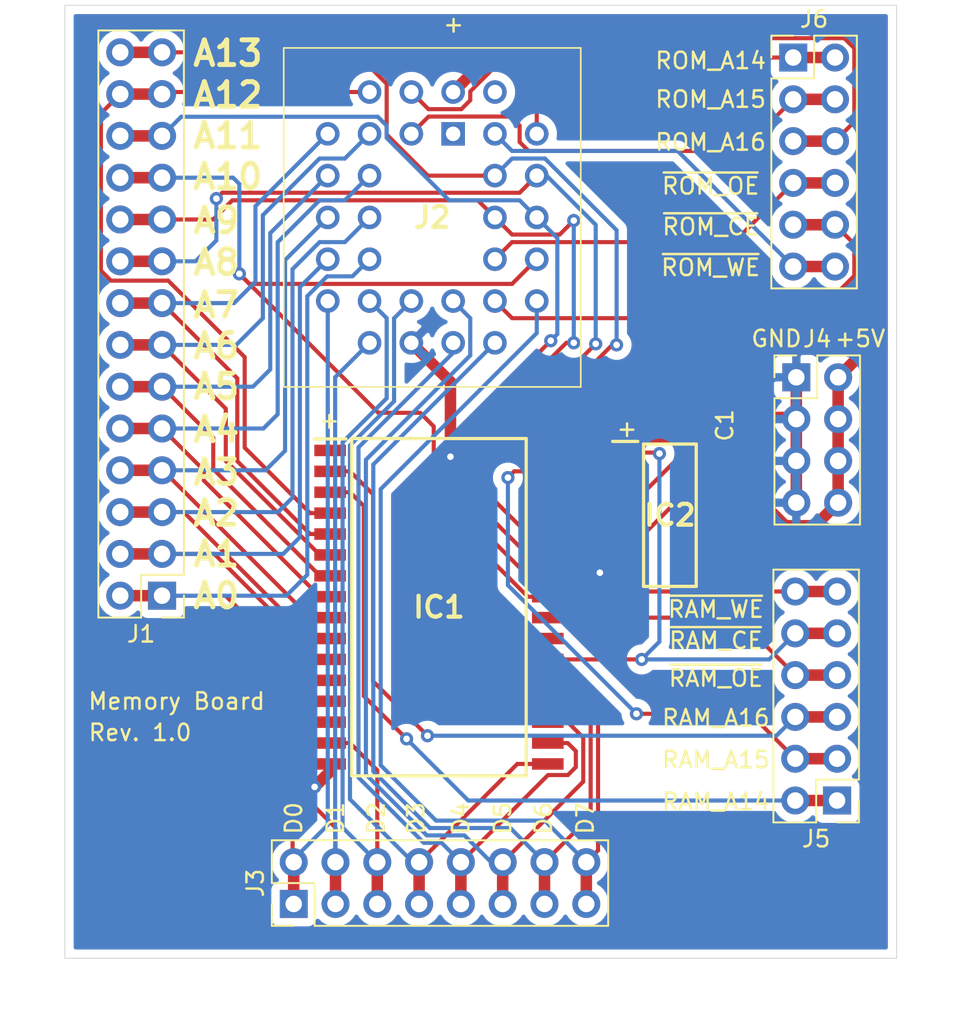
<source format=kicad_pcb>
(kicad_pcb (version 20171130) (host pcbnew "(5.1.6)-1")

  (general
    (thickness 1.6)
    (drawings 45)
    (tracks 395)
    (zones 0)
    (modules 9)
    (nets 38)
  )

  (page A4)
  (layers
    (0 F.Cu signal)
    (31 B.Cu signal)
    (32 B.Adhes user)
    (33 F.Adhes user)
    (34 B.Paste user)
    (35 F.Paste user)
    (36 B.SilkS user)
    (37 F.SilkS user)
    (38 B.Mask user)
    (39 F.Mask user)
    (40 Dwgs.User user)
    (41 Cmts.User user)
    (42 Eco1.User user)
    (43 Eco2.User user)
    (44 Edge.Cuts user)
    (45 Margin user)
    (46 B.CrtYd user)
    (47 F.CrtYd user)
    (48 B.Fab user)
    (49 F.Fab user)
  )

  (setup
    (last_trace_width 0.25)
    (user_trace_width 0.7)
    (trace_clearance 0.2)
    (zone_clearance 0.508)
    (zone_45_only no)
    (trace_min 0.2)
    (via_size 0.8)
    (via_drill 0.4)
    (via_min_size 0.4)
    (via_min_drill 0.3)
    (uvia_size 0.3)
    (uvia_drill 0.1)
    (uvias_allowed no)
    (uvia_min_size 0.2)
    (uvia_min_drill 0.1)
    (edge_width 0.05)
    (segment_width 0.2)
    (pcb_text_width 0.3)
    (pcb_text_size 1.5 1.5)
    (mod_edge_width 0.12)
    (mod_text_size 1 1)
    (mod_text_width 0.15)
    (pad_size 1.524 1.524)
    (pad_drill 0.762)
    (pad_to_mask_clearance 0.05)
    (aux_axis_origin 0 0)
    (visible_elements 7FFFFFFF)
    (pcbplotparams
      (layerselection 0x010fc_ffffffff)
      (usegerberextensions false)
      (usegerberattributes true)
      (usegerberadvancedattributes true)
      (creategerberjobfile true)
      (excludeedgelayer true)
      (linewidth 0.100000)
      (plotframeref false)
      (viasonmask false)
      (mode 1)
      (useauxorigin false)
      (hpglpennumber 1)
      (hpglpenspeed 20)
      (hpglpendiameter 15.000000)
      (psnegative false)
      (psa4output false)
      (plotreference true)
      (plotvalue true)
      (plotinvisibletext false)
      (padsonsilk false)
      (subtractmaskfromsilk false)
      (outputformat 1)
      (mirror false)
      (drillshape 1)
      (scaleselection 1)
      (outputdirectory ""))
  )

  (net 0 "")
  (net 1 +5V)
  (net 2 /RAM_A15)
  (net 3 /RAM_CE)
  (net 4 /~RAM_WE)
  (net 5 /A13)
  (net 6 /A8)
  (net 7 /A9)
  (net 8 /A11)
  (net 9 /~RAM_OE)
  (net 10 /A10)
  (net 11 /~RAM_CE)
  (net 12 /D7)
  (net 13 /D6)
  (net 14 /D5)
  (net 15 /D4)
  (net 16 /D3)
  (net 17 GND)
  (net 18 /D2)
  (net 19 /D1)
  (net 20 /D0)
  (net 21 /A0)
  (net 22 /A1)
  (net 23 /A2)
  (net 24 /A3)
  (net 25 /A4)
  (net 26 /A5)
  (net 27 /A6)
  (net 28 /A7)
  (net 29 /A12)
  (net 30 /RAM_A14)
  (net 31 /RAM_A16)
  (net 32 /~ROM_WE)
  (net 33 /ROM_A14)
  (net 34 /~ROM_OE)
  (net 35 /~ROM_CE)
  (net 36 /ROM_A15)
  (net 37 /ROM_A16)

  (net_class Default "This is the default net class."
    (clearance 0.2)
    (trace_width 0.25)
    (via_dia 0.8)
    (via_drill 0.4)
    (uvia_dia 0.3)
    (uvia_drill 0.1)
    (add_net +5V)
    (add_net /A0)
    (add_net /A1)
    (add_net /A10)
    (add_net /A11)
    (add_net /A12)
    (add_net /A13)
    (add_net /A2)
    (add_net /A3)
    (add_net /A4)
    (add_net /A5)
    (add_net /A6)
    (add_net /A7)
    (add_net /A8)
    (add_net /A9)
    (add_net /D0)
    (add_net /D1)
    (add_net /D2)
    (add_net /D3)
    (add_net /D4)
    (add_net /D5)
    (add_net /D6)
    (add_net /D7)
    (add_net /RAM_A14)
    (add_net /RAM_A15)
    (add_net /RAM_A16)
    (add_net /RAM_CE)
    (add_net /ROM_A14)
    (add_net /ROM_A15)
    (add_net /ROM_A16)
    (add_net /~RAM_CE)
    (add_net /~RAM_OE)
    (add_net /~RAM_WE)
    (add_net /~ROM_CE)
    (add_net /~ROM_OE)
    (add_net /~ROM_WE)
    (add_net GND)
    (add_net "Net-(IC1-Pad1)")
    (add_net "Net-(IC2-Pad10)")
    (add_net "Net-(IC2-Pad12)")
    (add_net "Net-(IC2-Pad4)")
    (add_net "Net-(IC2-Pad6)")
    (add_net "Net-(IC2-Pad8)")
    (add_net "Net-(J2-Pad1)")
    (add_net "Net-(J2-Pad30)")
  )

  (module Capacitor_SMD:C_0402_1005Metric (layer F.Cu) (tedit 5B301BBE) (tstamp 5F6299E5)
    (at 137.668 89.535 90)
    (descr "Capacitor SMD 0402 (1005 Metric), square (rectangular) end terminal, IPC_7351 nominal, (Body size source: http://www.tortai-tech.com/upload/download/2011102023233369053.pdf), generated with kicad-footprint-generator")
    (tags capacitor)
    (path /5F66D823)
    (attr smd)
    (fp_text reference C1 (at 0 -1.17 90) (layer F.SilkS)
      (effects (font (size 1 1) (thickness 0.15)))
    )
    (fp_text value C_Small (at 0 1.17 90) (layer F.Fab)
      (effects (font (size 1 1) (thickness 0.15)))
    )
    (fp_text user %R (at 0 0 90) (layer F.Fab)
      (effects (font (size 0.25 0.25) (thickness 0.04)))
    )
    (fp_line (start -0.5 0.25) (end -0.5 -0.25) (layer F.Fab) (width 0.1))
    (fp_line (start -0.5 -0.25) (end 0.5 -0.25) (layer F.Fab) (width 0.1))
    (fp_line (start 0.5 -0.25) (end 0.5 0.25) (layer F.Fab) (width 0.1))
    (fp_line (start 0.5 0.25) (end -0.5 0.25) (layer F.Fab) (width 0.1))
    (fp_line (start -0.93 0.47) (end -0.93 -0.47) (layer F.CrtYd) (width 0.05))
    (fp_line (start -0.93 -0.47) (end 0.93 -0.47) (layer F.CrtYd) (width 0.05))
    (fp_line (start 0.93 -0.47) (end 0.93 0.47) (layer F.CrtYd) (width 0.05))
    (fp_line (start 0.93 0.47) (end -0.93 0.47) (layer F.CrtYd) (width 0.05))
    (pad 2 smd roundrect (at 0.485 0 90) (size 0.59 0.64) (layers F.Cu F.Paste F.Mask) (roundrect_rratio 0.25)
      (net 17 GND))
    (pad 1 smd roundrect (at -0.485 0 90) (size 0.59 0.64) (layers F.Cu F.Paste F.Mask) (roundrect_rratio 0.25)
      (net 1 +5V))
    (model ${KISYS3DMOD}/Capacitor_SMD.3dshapes/C_0402_1005Metric.wrl
      (at (xyz 0 0 0))
      (scale (xyz 1 1 1))
      (rotate (xyz 0 0 0))
    )
  )

  (module SamacSys_Parts:843211B1RKTP (layer F.Cu) (tedit 0) (tstamp 5F60C4CE)
    (at 119.9885 71.82)
    (descr 8432-11B1-RK-TP-1)
    (tags Connector)
    (path /5F607CAE)
    (fp_text reference J2 (at -1.27 5.08) (layer F.SilkS)
      (effects (font (size 1.27 1.27) (thickness 0.254)))
    )
    (fp_text value 8432-11B1-RK-TP (at -1.27 5.08) (layer F.SilkS) hide
      (effects (font (size 1.27 1.27) (thickness 0.254)))
    )
    (fp_line (start -10.295 15.38) (end 7.755 15.38) (layer F.Fab) (width 0.2))
    (fp_line (start 7.755 15.38) (end 7.755 -5.22) (layer F.Fab) (width 0.2))
    (fp_line (start 7.755 -5.22) (end -10.295 -5.22) (layer F.Fab) (width 0.2))
    (fp_line (start -10.295 -5.22) (end -10.295 15.38) (layer F.Fab) (width 0.2))
    (fp_line (start -10.295 -5.22) (end 7.755 -5.22) (layer F.SilkS) (width 0.1))
    (fp_line (start 7.755 -5.22) (end 7.755 15.38) (layer F.SilkS) (width 0.1))
    (fp_line (start 7.755 15.38) (end -10.295 15.38) (layer F.SilkS) (width 0.1))
    (fp_line (start -10.295 15.38) (end -10.295 -5.22) (layer F.SilkS) (width 0.1))
    (fp_line (start -11.295 -6.22) (end 8.755 -6.22) (layer F.CrtYd) (width 0.1))
    (fp_line (start 8.755 -6.22) (end 8.755 16.38) (layer F.CrtYd) (width 0.1))
    (fp_line (start 8.755 16.38) (end -11.295 16.38) (layer F.CrtYd) (width 0.1))
    (fp_line (start -11.295 16.38) (end -11.295 -6.22) (layer F.CrtYd) (width 0.1))
    (fp_text user %R (at -1.27 5.08) (layer F.Fab)
      (effects (font (size 1.27 1.27) (thickness 0.254)))
    )
    (pad 32 thru_hole circle (at 0 -2.54) (size 1.43 1.43) (drill 0.88) (layers *.Cu *.Mask)
      (net 1 +5V))
    (pad 31 thru_hole circle (at 2.54 0) (size 1.43 1.43) (drill 0.88) (layers *.Cu *.Mask)
      (net 32 /~ROM_WE))
    (pad 30 thru_hole circle (at 2.54 -2.54) (size 1.43 1.43) (drill 0.88) (layers *.Cu *.Mask))
    (pad 29 thru_hole circle (at 5.08 0) (size 1.43 1.43) (drill 0.88) (layers *.Cu *.Mask)
      (net 33 /ROM_A14))
    (pad 28 thru_hole circle (at 2.54 2.54) (size 1.43 1.43) (drill 0.88) (layers *.Cu *.Mask)
      (net 5 /A13))
    (pad 27 thru_hole circle (at 5.08 2.54) (size 1.43 1.43) (drill 0.88) (layers *.Cu *.Mask)
      (net 6 /A8))
    (pad 26 thru_hole circle (at 2.54 5.08) (size 1.43 1.43) (drill 0.88) (layers *.Cu *.Mask)
      (net 7 /A9))
    (pad 25 thru_hole circle (at 5.08 5.08) (size 1.43 1.43) (drill 0.88) (layers *.Cu *.Mask)
      (net 8 /A11))
    (pad 24 thru_hole circle (at 2.54 7.62) (size 1.43 1.43) (drill 0.88) (layers *.Cu *.Mask)
      (net 34 /~ROM_OE))
    (pad 23 thru_hole circle (at 5.08 7.62) (size 1.43 1.43) (drill 0.88) (layers *.Cu *.Mask)
      (net 10 /A10))
    (pad 22 thru_hole circle (at 2.54 10.16) (size 1.43 1.43) (drill 0.88) (layers *.Cu *.Mask)
      (net 35 /~ROM_CE))
    (pad 21 thru_hole circle (at 5.08 10.16) (size 1.43 1.43) (drill 0.88) (layers *.Cu *.Mask)
      (net 12 /D7))
    (pad 20 thru_hole circle (at 2.54 12.7) (size 1.43 1.43) (drill 0.88) (layers *.Cu *.Mask)
      (net 13 /D6))
    (pad 19 thru_hole circle (at 0 10.16) (size 1.43 1.43) (drill 0.88) (layers *.Cu *.Mask)
      (net 14 /D5))
    (pad 18 thru_hole circle (at 0 12.7) (size 1.43 1.43) (drill 0.88) (layers *.Cu *.Mask)
      (net 15 /D4))
    (pad 17 thru_hole circle (at -2.54 10.16) (size 1.43 1.43) (drill 0.88) (layers *.Cu *.Mask)
      (net 16 /D3))
    (pad 16 thru_hole circle (at -2.54 12.7) (size 1.43 1.43) (drill 0.88) (layers *.Cu *.Mask)
      (net 17 GND))
    (pad 15 thru_hole circle (at -5.08 10.16) (size 1.43 1.43) (drill 0.88) (layers *.Cu *.Mask)
      (net 18 /D2))
    (pad 14 thru_hole circle (at -5.08 12.7) (size 1.43 1.43) (drill 0.88) (layers *.Cu *.Mask)
      (net 19 /D1))
    (pad 13 thru_hole circle (at -7.62 10.16) (size 1.43 1.43) (drill 0.88) (layers *.Cu *.Mask)
      (net 20 /D0))
    (pad 12 thru_hole circle (at -5.08 7.62) (size 1.43 1.43) (drill 0.88) (layers *.Cu *.Mask)
      (net 21 /A0))
    (pad 11 thru_hole circle (at -7.62 7.62) (size 1.43 1.43) (drill 0.88) (layers *.Cu *.Mask)
      (net 22 /A1))
    (pad 10 thru_hole circle (at -5.08 5.08) (size 1.43 1.43) (drill 0.88) (layers *.Cu *.Mask)
      (net 23 /A2))
    (pad 9 thru_hole circle (at -7.62 5.08) (size 1.43 1.43) (drill 0.88) (layers *.Cu *.Mask)
      (net 24 /A3))
    (pad 8 thru_hole circle (at -5.08 2.54) (size 1.43 1.43) (drill 0.88) (layers *.Cu *.Mask)
      (net 25 /A4))
    (pad 7 thru_hole circle (at -7.62 2.54) (size 1.43 1.43) (drill 0.88) (layers *.Cu *.Mask)
      (net 26 /A5))
    (pad 6 thru_hole circle (at -5.08 0) (size 1.43 1.43) (drill 0.88) (layers *.Cu *.Mask)
      (net 27 /A6))
    (pad 5 thru_hole circle (at -7.62 0) (size 1.43 1.43) (drill 0.88) (layers *.Cu *.Mask)
      (net 28 /A7))
    (pad 4 thru_hole circle (at -5.08 -2.54) (size 1.43 1.43) (drill 0.88) (layers *.Cu *.Mask)
      (net 29 /A12))
    (pad 3 thru_hole circle (at -2.54 0) (size 1.43 1.43) (drill 0.88) (layers *.Cu *.Mask)
      (net 36 /ROM_A15))
    (pad 2 thru_hole circle (at -2.54 -2.54) (size 1.43 1.43) (drill 0.88) (layers *.Cu *.Mask)
      (net 37 /ROM_A16))
    (pad 1 thru_hole rect (at 0 0) (size 1.43 1.43) (drill 0.88) (layers *.Cu *.Mask))
    (model "D:\\docs\\GitHub\\DIY\\zx\\pentagon 128 portable\\KiCad\\SamacSys_Parts.3dshapes\\8432-11B1-RK-TP.stp"
      (at (xyz 0 0 0))
      (scale (xyz 1 1 1))
      (rotate (xyz 0 0 0))
    )
  )

  (module Connector_PinHeader_2.54mm:PinHeader_2x06_P2.54mm_Vertical (layer F.Cu) (tedit 59FED5CC) (tstamp 5F60C556)
    (at 140.6525 67.183)
    (descr "Through hole straight pin header, 2x06, 2.54mm pitch, double rows")
    (tags "Through hole pin header THT 2x06 2.54mm double row")
    (path /5F894915)
    (fp_text reference J6 (at 1.27 -2.33) (layer F.SilkS)
      (effects (font (size 1 1) (thickness 0.15)))
    )
    (fp_text value Conn_02x06_Odd_Even (at 1.27 15.03) (layer F.Fab)
      (effects (font (size 1 1) (thickness 0.15)))
    )
    (fp_line (start 0 -1.27) (end 3.81 -1.27) (layer F.Fab) (width 0.1))
    (fp_line (start 3.81 -1.27) (end 3.81 13.97) (layer F.Fab) (width 0.1))
    (fp_line (start 3.81 13.97) (end -1.27 13.97) (layer F.Fab) (width 0.1))
    (fp_line (start -1.27 13.97) (end -1.27 0) (layer F.Fab) (width 0.1))
    (fp_line (start -1.27 0) (end 0 -1.27) (layer F.Fab) (width 0.1))
    (fp_line (start -1.33 14.03) (end 3.87 14.03) (layer F.SilkS) (width 0.12))
    (fp_line (start -1.33 1.27) (end -1.33 14.03) (layer F.SilkS) (width 0.12))
    (fp_line (start 3.87 -1.33) (end 3.87 14.03) (layer F.SilkS) (width 0.12))
    (fp_line (start -1.33 1.27) (end 1.27 1.27) (layer F.SilkS) (width 0.12))
    (fp_line (start 1.27 1.27) (end 1.27 -1.33) (layer F.SilkS) (width 0.12))
    (fp_line (start 1.27 -1.33) (end 3.87 -1.33) (layer F.SilkS) (width 0.12))
    (fp_line (start -1.33 0) (end -1.33 -1.33) (layer F.SilkS) (width 0.12))
    (fp_line (start -1.33 -1.33) (end 0 -1.33) (layer F.SilkS) (width 0.12))
    (fp_line (start -1.8 -1.8) (end -1.8 14.5) (layer F.CrtYd) (width 0.05))
    (fp_line (start -1.8 14.5) (end 4.35 14.5) (layer F.CrtYd) (width 0.05))
    (fp_line (start 4.35 14.5) (end 4.35 -1.8) (layer F.CrtYd) (width 0.05))
    (fp_line (start 4.35 -1.8) (end -1.8 -1.8) (layer F.CrtYd) (width 0.05))
    (fp_text user %R (at 1.27 6.35 90) (layer F.Fab)
      (effects (font (size 1 1) (thickness 0.15)))
    )
    (pad 12 thru_hole oval (at 2.54 12.7) (size 1.7 1.7) (drill 1) (layers *.Cu *.Mask)
      (net 32 /~ROM_WE))
    (pad 11 thru_hole oval (at 0 12.7) (size 1.7 1.7) (drill 1) (layers *.Cu *.Mask)
      (net 32 /~ROM_WE))
    (pad 10 thru_hole oval (at 2.54 10.16) (size 1.7 1.7) (drill 1) (layers *.Cu *.Mask)
      (net 35 /~ROM_CE))
    (pad 9 thru_hole oval (at 0 10.16) (size 1.7 1.7) (drill 1) (layers *.Cu *.Mask)
      (net 35 /~ROM_CE))
    (pad 8 thru_hole oval (at 2.54 7.62) (size 1.7 1.7) (drill 1) (layers *.Cu *.Mask)
      (net 34 /~ROM_OE))
    (pad 7 thru_hole oval (at 0 7.62) (size 1.7 1.7) (drill 1) (layers *.Cu *.Mask)
      (net 34 /~ROM_OE))
    (pad 6 thru_hole oval (at 2.54 5.08) (size 1.7 1.7) (drill 1) (layers *.Cu *.Mask)
      (net 37 /ROM_A16))
    (pad 5 thru_hole oval (at 0 5.08) (size 1.7 1.7) (drill 1) (layers *.Cu *.Mask)
      (net 37 /ROM_A16))
    (pad 4 thru_hole oval (at 2.54 2.54) (size 1.7 1.7) (drill 1) (layers *.Cu *.Mask)
      (net 36 /ROM_A15))
    (pad 3 thru_hole oval (at 0 2.54) (size 1.7 1.7) (drill 1) (layers *.Cu *.Mask)
      (net 36 /ROM_A15))
    (pad 2 thru_hole oval (at 2.54 0) (size 1.7 1.7) (drill 1) (layers *.Cu *.Mask)
      (net 33 /ROM_A14))
    (pad 1 thru_hole rect (at 0 0) (size 1.7 1.7) (drill 1) (layers *.Cu *.Mask)
      (net 33 /ROM_A14))
    (model ${KISYS3DMOD}/Connector_PinHeader_2.54mm.3dshapes/PinHeader_2x06_P2.54mm_Vertical.wrl
      (at (xyz 0 0 0))
      (scale (xyz 1 1 1))
      (rotate (xyz 0 0 0))
    )
  )

  (module Connector_PinHeader_2.54mm:PinHeader_2x06_P2.54mm_Vertical (layer F.Cu) (tedit 59FED5CC) (tstamp 5F60C534)
    (at 143.3195 112.3315 180)
    (descr "Through hole straight pin header, 2x06, 2.54mm pitch, double rows")
    (tags "Through hole pin header THT 2x06 2.54mm double row")
    (path /5F816C2A)
    (fp_text reference J5 (at 1.27 -2.33) (layer F.SilkS)
      (effects (font (size 1 1) (thickness 0.15)))
    )
    (fp_text value Conn_02x06_Odd_Even (at 1.27 15.03) (layer F.Fab)
      (effects (font (size 1 1) (thickness 0.15)))
    )
    (fp_line (start 0 -1.27) (end 3.81 -1.27) (layer F.Fab) (width 0.1))
    (fp_line (start 3.81 -1.27) (end 3.81 13.97) (layer F.Fab) (width 0.1))
    (fp_line (start 3.81 13.97) (end -1.27 13.97) (layer F.Fab) (width 0.1))
    (fp_line (start -1.27 13.97) (end -1.27 0) (layer F.Fab) (width 0.1))
    (fp_line (start -1.27 0) (end 0 -1.27) (layer F.Fab) (width 0.1))
    (fp_line (start -1.33 14.03) (end 3.87 14.03) (layer F.SilkS) (width 0.12))
    (fp_line (start -1.33 1.27) (end -1.33 14.03) (layer F.SilkS) (width 0.12))
    (fp_line (start 3.87 -1.33) (end 3.87 14.03) (layer F.SilkS) (width 0.12))
    (fp_line (start -1.33 1.27) (end 1.27 1.27) (layer F.SilkS) (width 0.12))
    (fp_line (start 1.27 1.27) (end 1.27 -1.33) (layer F.SilkS) (width 0.12))
    (fp_line (start 1.27 -1.33) (end 3.87 -1.33) (layer F.SilkS) (width 0.12))
    (fp_line (start -1.33 0) (end -1.33 -1.33) (layer F.SilkS) (width 0.12))
    (fp_line (start -1.33 -1.33) (end 0 -1.33) (layer F.SilkS) (width 0.12))
    (fp_line (start -1.8 -1.8) (end -1.8 14.5) (layer F.CrtYd) (width 0.05))
    (fp_line (start -1.8 14.5) (end 4.35 14.5) (layer F.CrtYd) (width 0.05))
    (fp_line (start 4.35 14.5) (end 4.35 -1.8) (layer F.CrtYd) (width 0.05))
    (fp_line (start 4.35 -1.8) (end -1.8 -1.8) (layer F.CrtYd) (width 0.05))
    (fp_text user %R (at 1.27 6.35 90) (layer F.Fab)
      (effects (font (size 1 1) (thickness 0.15)))
    )
    (pad 12 thru_hole oval (at 2.54 12.7 180) (size 1.7 1.7) (drill 1) (layers *.Cu *.Mask)
      (net 4 /~RAM_WE))
    (pad 11 thru_hole oval (at 0 12.7 180) (size 1.7 1.7) (drill 1) (layers *.Cu *.Mask)
      (net 4 /~RAM_WE))
    (pad 10 thru_hole oval (at 2.54 10.16 180) (size 1.7 1.7) (drill 1) (layers *.Cu *.Mask)
      (net 11 /~RAM_CE))
    (pad 9 thru_hole oval (at 0 10.16 180) (size 1.7 1.7) (drill 1) (layers *.Cu *.Mask)
      (net 11 /~RAM_CE))
    (pad 8 thru_hole oval (at 2.54 7.62 180) (size 1.7 1.7) (drill 1) (layers *.Cu *.Mask)
      (net 9 /~RAM_OE))
    (pad 7 thru_hole oval (at 0 7.62 180) (size 1.7 1.7) (drill 1) (layers *.Cu *.Mask)
      (net 9 /~RAM_OE))
    (pad 6 thru_hole oval (at 2.54 5.08 180) (size 1.7 1.7) (drill 1) (layers *.Cu *.Mask)
      (net 31 /RAM_A16))
    (pad 5 thru_hole oval (at 0 5.08 180) (size 1.7 1.7) (drill 1) (layers *.Cu *.Mask)
      (net 31 /RAM_A16))
    (pad 4 thru_hole oval (at 2.54 2.54 180) (size 1.7 1.7) (drill 1) (layers *.Cu *.Mask)
      (net 2 /RAM_A15))
    (pad 3 thru_hole oval (at 0 2.54 180) (size 1.7 1.7) (drill 1) (layers *.Cu *.Mask)
      (net 2 /RAM_A15))
    (pad 2 thru_hole oval (at 2.54 0 180) (size 1.7 1.7) (drill 1) (layers *.Cu *.Mask)
      (net 30 /RAM_A14))
    (pad 1 thru_hole rect (at 0 0 180) (size 1.7 1.7) (drill 1) (layers *.Cu *.Mask)
      (net 30 /RAM_A14))
    (model ${KISYS3DMOD}/Connector_PinHeader_2.54mm.3dshapes/PinHeader_2x06_P2.54mm_Vertical.wrl
      (at (xyz 0 0 0))
      (scale (xyz 1 1 1))
      (rotate (xyz 0 0 0))
    )
  )

  (module Connector_PinHeader_2.54mm:PinHeader_2x04_P2.54mm_Vertical (layer F.Cu) (tedit 59FED5CC) (tstamp 5F60C512)
    (at 140.843 86.614)
    (descr "Through hole straight pin header, 2x04, 2.54mm pitch, double rows")
    (tags "Through hole pin header THT 2x04 2.54mm double row")
    (path /5F8A2078)
    (fp_text reference J4 (at 1.27 -2.33) (layer F.SilkS)
      (effects (font (size 1 1) (thickness 0.15)))
    )
    (fp_text value Conn_02x04_Odd_Even (at 1.27 9.95) (layer F.Fab)
      (effects (font (size 1 1) (thickness 0.15)))
    )
    (fp_line (start 0 -1.27) (end 3.81 -1.27) (layer F.Fab) (width 0.1))
    (fp_line (start 3.81 -1.27) (end 3.81 8.89) (layer F.Fab) (width 0.1))
    (fp_line (start 3.81 8.89) (end -1.27 8.89) (layer F.Fab) (width 0.1))
    (fp_line (start -1.27 8.89) (end -1.27 0) (layer F.Fab) (width 0.1))
    (fp_line (start -1.27 0) (end 0 -1.27) (layer F.Fab) (width 0.1))
    (fp_line (start -1.33 8.95) (end 3.87 8.95) (layer F.SilkS) (width 0.12))
    (fp_line (start -1.33 1.27) (end -1.33 8.95) (layer F.SilkS) (width 0.12))
    (fp_line (start 3.87 -1.33) (end 3.87 8.95) (layer F.SilkS) (width 0.12))
    (fp_line (start -1.33 1.27) (end 1.27 1.27) (layer F.SilkS) (width 0.12))
    (fp_line (start 1.27 1.27) (end 1.27 -1.33) (layer F.SilkS) (width 0.12))
    (fp_line (start 1.27 -1.33) (end 3.87 -1.33) (layer F.SilkS) (width 0.12))
    (fp_line (start -1.33 0) (end -1.33 -1.33) (layer F.SilkS) (width 0.12))
    (fp_line (start -1.33 -1.33) (end 0 -1.33) (layer F.SilkS) (width 0.12))
    (fp_line (start -1.8 -1.8) (end -1.8 9.4) (layer F.CrtYd) (width 0.05))
    (fp_line (start -1.8 9.4) (end 4.35 9.4) (layer F.CrtYd) (width 0.05))
    (fp_line (start 4.35 9.4) (end 4.35 -1.8) (layer F.CrtYd) (width 0.05))
    (fp_line (start 4.35 -1.8) (end -1.8 -1.8) (layer F.CrtYd) (width 0.05))
    (fp_text user %R (at 1.27 3.81 90) (layer F.Fab)
      (effects (font (size 1 1) (thickness 0.15)))
    )
    (pad 8 thru_hole oval (at 2.54 7.62) (size 1.7 1.7) (drill 1) (layers *.Cu *.Mask)
      (net 1 +5V))
    (pad 7 thru_hole oval (at 0 7.62) (size 1.7 1.7) (drill 1) (layers *.Cu *.Mask)
      (net 17 GND))
    (pad 6 thru_hole oval (at 2.54 5.08) (size 1.7 1.7) (drill 1) (layers *.Cu *.Mask)
      (net 1 +5V))
    (pad 5 thru_hole oval (at 0 5.08) (size 1.7 1.7) (drill 1) (layers *.Cu *.Mask)
      (net 17 GND))
    (pad 4 thru_hole oval (at 2.54 2.54) (size 1.7 1.7) (drill 1) (layers *.Cu *.Mask)
      (net 1 +5V))
    (pad 3 thru_hole oval (at 0 2.54) (size 1.7 1.7) (drill 1) (layers *.Cu *.Mask)
      (net 17 GND))
    (pad 2 thru_hole oval (at 2.54 0) (size 1.7 1.7) (drill 1) (layers *.Cu *.Mask)
      (net 1 +5V))
    (pad 1 thru_hole rect (at 0 0) (size 1.7 1.7) (drill 1) (layers *.Cu *.Mask)
      (net 17 GND))
    (model ${KISYS3DMOD}/Connector_PinHeader_2.54mm.3dshapes/PinHeader_2x04_P2.54mm_Vertical.wrl
      (at (xyz 0 0 0))
      (scale (xyz 1 1 1))
      (rotate (xyz 0 0 0))
    )
  )

  (module Connector_PinHeader_2.54mm:PinHeader_2x08_P2.54mm_Vertical (layer F.Cu) (tedit 59FED5CC) (tstamp 5F60C4F4)
    (at 110.2995 118.618 90)
    (descr "Through hole straight pin header, 2x08, 2.54mm pitch, double rows")
    (tags "Through hole pin header THT 2x08 2.54mm double row")
    (path /5F742A9A)
    (fp_text reference J3 (at 1.27 -2.33 90) (layer F.SilkS)
      (effects (font (size 1 1) (thickness 0.15)))
    )
    (fp_text value Conn_02x08_Odd_Even (at 1.27 20.11 90) (layer F.Fab)
      (effects (font (size 1 1) (thickness 0.15)))
    )
    (fp_line (start 0 -1.27) (end 3.81 -1.27) (layer F.Fab) (width 0.1))
    (fp_line (start 3.81 -1.27) (end 3.81 19.05) (layer F.Fab) (width 0.1))
    (fp_line (start 3.81 19.05) (end -1.27 19.05) (layer F.Fab) (width 0.1))
    (fp_line (start -1.27 19.05) (end -1.27 0) (layer F.Fab) (width 0.1))
    (fp_line (start -1.27 0) (end 0 -1.27) (layer F.Fab) (width 0.1))
    (fp_line (start -1.33 19.11) (end 3.87 19.11) (layer F.SilkS) (width 0.12))
    (fp_line (start -1.33 1.27) (end -1.33 19.11) (layer F.SilkS) (width 0.12))
    (fp_line (start 3.87 -1.33) (end 3.87 19.11) (layer F.SilkS) (width 0.12))
    (fp_line (start -1.33 1.27) (end 1.27 1.27) (layer F.SilkS) (width 0.12))
    (fp_line (start 1.27 1.27) (end 1.27 -1.33) (layer F.SilkS) (width 0.12))
    (fp_line (start 1.27 -1.33) (end 3.87 -1.33) (layer F.SilkS) (width 0.12))
    (fp_line (start -1.33 0) (end -1.33 -1.33) (layer F.SilkS) (width 0.12))
    (fp_line (start -1.33 -1.33) (end 0 -1.33) (layer F.SilkS) (width 0.12))
    (fp_line (start -1.8 -1.8) (end -1.8 19.55) (layer F.CrtYd) (width 0.05))
    (fp_line (start -1.8 19.55) (end 4.35 19.55) (layer F.CrtYd) (width 0.05))
    (fp_line (start 4.35 19.55) (end 4.35 -1.8) (layer F.CrtYd) (width 0.05))
    (fp_line (start 4.35 -1.8) (end -1.8 -1.8) (layer F.CrtYd) (width 0.05))
    (fp_text user %R (at 1.27 8.89) (layer F.Fab)
      (effects (font (size 1 1) (thickness 0.15)))
    )
    (pad 16 thru_hole oval (at 2.54 17.78 90) (size 1.7 1.7) (drill 1) (layers *.Cu *.Mask)
      (net 12 /D7))
    (pad 15 thru_hole oval (at 0 17.78 90) (size 1.7 1.7) (drill 1) (layers *.Cu *.Mask)
      (net 12 /D7))
    (pad 14 thru_hole oval (at 2.54 15.24 90) (size 1.7 1.7) (drill 1) (layers *.Cu *.Mask)
      (net 13 /D6))
    (pad 13 thru_hole oval (at 0 15.24 90) (size 1.7 1.7) (drill 1) (layers *.Cu *.Mask)
      (net 13 /D6))
    (pad 12 thru_hole oval (at 2.54 12.7 90) (size 1.7 1.7) (drill 1) (layers *.Cu *.Mask)
      (net 14 /D5))
    (pad 11 thru_hole oval (at 0 12.7 90) (size 1.7 1.7) (drill 1) (layers *.Cu *.Mask)
      (net 14 /D5))
    (pad 10 thru_hole oval (at 2.54 10.16 90) (size 1.7 1.7) (drill 1) (layers *.Cu *.Mask)
      (net 15 /D4))
    (pad 9 thru_hole oval (at 0 10.16 90) (size 1.7 1.7) (drill 1) (layers *.Cu *.Mask)
      (net 15 /D4))
    (pad 8 thru_hole oval (at 2.54 7.62 90) (size 1.7 1.7) (drill 1) (layers *.Cu *.Mask)
      (net 16 /D3))
    (pad 7 thru_hole oval (at 0 7.62 90) (size 1.7 1.7) (drill 1) (layers *.Cu *.Mask)
      (net 16 /D3))
    (pad 6 thru_hole oval (at 2.54 5.08 90) (size 1.7 1.7) (drill 1) (layers *.Cu *.Mask)
      (net 18 /D2))
    (pad 5 thru_hole oval (at 0 5.08 90) (size 1.7 1.7) (drill 1) (layers *.Cu *.Mask)
      (net 18 /D2))
    (pad 4 thru_hole oval (at 2.54 2.54 90) (size 1.7 1.7) (drill 1) (layers *.Cu *.Mask)
      (net 19 /D1))
    (pad 3 thru_hole oval (at 0 2.54 90) (size 1.7 1.7) (drill 1) (layers *.Cu *.Mask)
      (net 19 /D1))
    (pad 2 thru_hole oval (at 2.54 0 90) (size 1.7 1.7) (drill 1) (layers *.Cu *.Mask)
      (net 20 /D0))
    (pad 1 thru_hole rect (at 0 0 90) (size 1.7 1.7) (drill 1) (layers *.Cu *.Mask)
      (net 20 /D0))
    (model ${KISYS3DMOD}/Connector_PinHeader_2.54mm.3dshapes/PinHeader_2x08_P2.54mm_Vertical.wrl
      (at (xyz 0 0 0))
      (scale (xyz 1 1 1))
      (rotate (xyz 0 0 0))
    )
  )

  (module Connector_PinHeader_2.54mm:PinHeader_2x14_P2.54mm_Vertical (layer F.Cu) (tedit 59FED5CC) (tstamp 5F60C49D)
    (at 102.2985 99.8855 180)
    (descr "Through hole straight pin header, 2x14, 2.54mm pitch, double rows")
    (tags "Through hole pin header THT 2x14 2.54mm double row")
    (path /5F734626)
    (fp_text reference J1 (at 1.27 -2.33) (layer F.SilkS)
      (effects (font (size 1 1) (thickness 0.15)))
    )
    (fp_text value Conn_02x14_Odd_Even (at 1.27 35.35) (layer F.Fab)
      (effects (font (size 1 1) (thickness 0.15)))
    )
    (fp_line (start 0 -1.27) (end 3.81 -1.27) (layer F.Fab) (width 0.1))
    (fp_line (start 3.81 -1.27) (end 3.81 34.29) (layer F.Fab) (width 0.1))
    (fp_line (start 3.81 34.29) (end -1.27 34.29) (layer F.Fab) (width 0.1))
    (fp_line (start -1.27 34.29) (end -1.27 0) (layer F.Fab) (width 0.1))
    (fp_line (start -1.27 0) (end 0 -1.27) (layer F.Fab) (width 0.1))
    (fp_line (start -1.33 34.35) (end 3.87 34.35) (layer F.SilkS) (width 0.12))
    (fp_line (start -1.33 1.27) (end -1.33 34.35) (layer F.SilkS) (width 0.12))
    (fp_line (start 3.87 -1.33) (end 3.87 34.35) (layer F.SilkS) (width 0.12))
    (fp_line (start -1.33 1.27) (end 1.27 1.27) (layer F.SilkS) (width 0.12))
    (fp_line (start 1.27 1.27) (end 1.27 -1.33) (layer F.SilkS) (width 0.12))
    (fp_line (start 1.27 -1.33) (end 3.87 -1.33) (layer F.SilkS) (width 0.12))
    (fp_line (start -1.33 0) (end -1.33 -1.33) (layer F.SilkS) (width 0.12))
    (fp_line (start -1.33 -1.33) (end 0 -1.33) (layer F.SilkS) (width 0.12))
    (fp_line (start -1.8 -1.8) (end -1.8 34.8) (layer F.CrtYd) (width 0.05))
    (fp_line (start -1.8 34.8) (end 4.35 34.8) (layer F.CrtYd) (width 0.05))
    (fp_line (start 4.35 34.8) (end 4.35 -1.8) (layer F.CrtYd) (width 0.05))
    (fp_line (start 4.35 -1.8) (end -1.8 -1.8) (layer F.CrtYd) (width 0.05))
    (fp_text user %R (at 1.27 16.51 90) (layer F.Fab)
      (effects (font (size 1 1) (thickness 0.15)))
    )
    (pad 28 thru_hole oval (at 2.54 33.02 180) (size 1.7 1.7) (drill 1) (layers *.Cu *.Mask)
      (net 5 /A13))
    (pad 27 thru_hole oval (at 0 33.02 180) (size 1.7 1.7) (drill 1) (layers *.Cu *.Mask)
      (net 5 /A13))
    (pad 26 thru_hole oval (at 2.54 30.48 180) (size 1.7 1.7) (drill 1) (layers *.Cu *.Mask)
      (net 29 /A12))
    (pad 25 thru_hole oval (at 0 30.48 180) (size 1.7 1.7) (drill 1) (layers *.Cu *.Mask)
      (net 29 /A12))
    (pad 24 thru_hole oval (at 2.54 27.94 180) (size 1.7 1.7) (drill 1) (layers *.Cu *.Mask)
      (net 8 /A11))
    (pad 23 thru_hole oval (at 0 27.94 180) (size 1.7 1.7) (drill 1) (layers *.Cu *.Mask)
      (net 8 /A11))
    (pad 22 thru_hole oval (at 2.54 25.4 180) (size 1.7 1.7) (drill 1) (layers *.Cu *.Mask)
      (net 10 /A10))
    (pad 21 thru_hole oval (at 0 25.4 180) (size 1.7 1.7) (drill 1) (layers *.Cu *.Mask)
      (net 10 /A10))
    (pad 20 thru_hole oval (at 2.54 22.86 180) (size 1.7 1.7) (drill 1) (layers *.Cu *.Mask)
      (net 7 /A9))
    (pad 19 thru_hole oval (at 0 22.86 180) (size 1.7 1.7) (drill 1) (layers *.Cu *.Mask)
      (net 7 /A9))
    (pad 18 thru_hole oval (at 2.54 20.32 180) (size 1.7 1.7) (drill 1) (layers *.Cu *.Mask)
      (net 6 /A8))
    (pad 17 thru_hole oval (at 0 20.32 180) (size 1.7 1.7) (drill 1) (layers *.Cu *.Mask)
      (net 6 /A8))
    (pad 16 thru_hole oval (at 2.54 17.78 180) (size 1.7 1.7) (drill 1) (layers *.Cu *.Mask)
      (net 28 /A7))
    (pad 15 thru_hole oval (at 0 17.78 180) (size 1.7 1.7) (drill 1) (layers *.Cu *.Mask)
      (net 28 /A7))
    (pad 14 thru_hole oval (at 2.54 15.24 180) (size 1.7 1.7) (drill 1) (layers *.Cu *.Mask)
      (net 27 /A6))
    (pad 13 thru_hole oval (at 0 15.24 180) (size 1.7 1.7) (drill 1) (layers *.Cu *.Mask)
      (net 27 /A6))
    (pad 12 thru_hole oval (at 2.54 12.7 180) (size 1.7 1.7) (drill 1) (layers *.Cu *.Mask)
      (net 26 /A5))
    (pad 11 thru_hole oval (at 0 12.7 180) (size 1.7 1.7) (drill 1) (layers *.Cu *.Mask)
      (net 26 /A5))
    (pad 10 thru_hole oval (at 2.54 10.16 180) (size 1.7 1.7) (drill 1) (layers *.Cu *.Mask)
      (net 25 /A4))
    (pad 9 thru_hole oval (at 0 10.16 180) (size 1.7 1.7) (drill 1) (layers *.Cu *.Mask)
      (net 25 /A4))
    (pad 8 thru_hole oval (at 2.54 7.62 180) (size 1.7 1.7) (drill 1) (layers *.Cu *.Mask)
      (net 24 /A3))
    (pad 7 thru_hole oval (at 0 7.62 180) (size 1.7 1.7) (drill 1) (layers *.Cu *.Mask)
      (net 24 /A3))
    (pad 6 thru_hole oval (at 2.54 5.08 180) (size 1.7 1.7) (drill 1) (layers *.Cu *.Mask)
      (net 23 /A2))
    (pad 5 thru_hole oval (at 0 5.08 180) (size 1.7 1.7) (drill 1) (layers *.Cu *.Mask)
      (net 23 /A2))
    (pad 4 thru_hole oval (at 2.54 2.54 180) (size 1.7 1.7) (drill 1) (layers *.Cu *.Mask)
      (net 22 /A1))
    (pad 3 thru_hole oval (at 0 2.54 180) (size 1.7 1.7) (drill 1) (layers *.Cu *.Mask)
      (net 22 /A1))
    (pad 2 thru_hole oval (at 2.54 0 180) (size 1.7 1.7) (drill 1) (layers *.Cu *.Mask)
      (net 21 /A0))
    (pad 1 thru_hole rect (at 0 0 180) (size 1.7 1.7) (drill 1) (layers *.Cu *.Mask)
      (net 21 /A0))
    (model ${KISYS3DMOD}/Connector_PinHeader_2.54mm.3dshapes/PinHeader_2x14_P2.54mm_Vertical.wrl
      (at (xyz 0 0 0))
      (scale (xyz 1 1 1))
      (rotate (xyz 0 0 0))
    )
  )

  (module SamacSys_Parts:SOIC127P600X175-14N (layer F.Cu) (tedit 0) (tstamp 5F60C46B)
    (at 133.1595 94.996)
    (descr "D (R-PDSO-G14)_4")
    (tags "Integrated Circuit")
    (path /5F614487)
    (attr smd)
    (fp_text reference IC2 (at 0 0) (layer F.SilkS)
      (effects (font (size 1.27 1.27) (thickness 0.254)))
    )
    (fp_text value SN74AHCT04D (at 0 0) (layer F.SilkS) hide
      (effects (font (size 1.27 1.27) (thickness 0.254)))
    )
    (fp_line (start -3.725 -4.625) (end 3.725 -4.625) (layer F.CrtYd) (width 0.05))
    (fp_line (start 3.725 -4.625) (end 3.725 4.625) (layer F.CrtYd) (width 0.05))
    (fp_line (start 3.725 4.625) (end -3.725 4.625) (layer F.CrtYd) (width 0.05))
    (fp_line (start -3.725 4.625) (end -3.725 -4.625) (layer F.CrtYd) (width 0.05))
    (fp_line (start -1.95 -4.325) (end 1.95 -4.325) (layer F.Fab) (width 0.1))
    (fp_line (start 1.95 -4.325) (end 1.95 4.325) (layer F.Fab) (width 0.1))
    (fp_line (start 1.95 4.325) (end -1.95 4.325) (layer F.Fab) (width 0.1))
    (fp_line (start -1.95 4.325) (end -1.95 -4.325) (layer F.Fab) (width 0.1))
    (fp_line (start -1.95 -3.055) (end -0.68 -4.325) (layer F.Fab) (width 0.1))
    (fp_line (start -1.6 -4.325) (end 1.6 -4.325) (layer F.SilkS) (width 0.2))
    (fp_line (start 1.6 -4.325) (end 1.6 4.325) (layer F.SilkS) (width 0.2))
    (fp_line (start 1.6 4.325) (end -1.6 4.325) (layer F.SilkS) (width 0.2))
    (fp_line (start -1.6 4.325) (end -1.6 -4.325) (layer F.SilkS) (width 0.2))
    (fp_line (start -3.475 -4.485) (end -1.95 -4.485) (layer F.SilkS) (width 0.2))
    (fp_text user %R (at 0 0) (layer F.Fab)
      (effects (font (size 1.27 1.27) (thickness 0.254)))
    )
    (pad 14 smd rect (at 2.712 -3.81 90) (size 0.65 1.525) (layers F.Cu F.Paste F.Mask)
      (net 1 +5V))
    (pad 13 smd rect (at 2.712 -2.54 90) (size 0.65 1.525) (layers F.Cu F.Paste F.Mask)
      (net 1 +5V))
    (pad 12 smd rect (at 2.712 -1.27 90) (size 0.65 1.525) (layers F.Cu F.Paste F.Mask))
    (pad 11 smd rect (at 2.712 0 90) (size 0.65 1.525) (layers F.Cu F.Paste F.Mask)
      (net 1 +5V))
    (pad 10 smd rect (at 2.712 1.27 90) (size 0.65 1.525) (layers F.Cu F.Paste F.Mask))
    (pad 9 smd rect (at 2.712 2.54 90) (size 0.65 1.525) (layers F.Cu F.Paste F.Mask)
      (net 1 +5V))
    (pad 8 smd rect (at 2.712 3.81 90) (size 0.65 1.525) (layers F.Cu F.Paste F.Mask))
    (pad 7 smd rect (at -2.712 3.81 90) (size 0.65 1.525) (layers F.Cu F.Paste F.Mask)
      (net 17 GND))
    (pad 6 smd rect (at -2.712 2.54 90) (size 0.65 1.525) (layers F.Cu F.Paste F.Mask))
    (pad 5 smd rect (at -2.712 1.27 90) (size 0.65 1.525) (layers F.Cu F.Paste F.Mask)
      (net 1 +5V))
    (pad 4 smd rect (at -2.712 0 90) (size 0.65 1.525) (layers F.Cu F.Paste F.Mask))
    (pad 3 smd rect (at -2.712 -1.27 90) (size 0.65 1.525) (layers F.Cu F.Paste F.Mask)
      (net 1 +5V))
    (pad 2 smd rect (at -2.712 -2.54 90) (size 0.65 1.525) (layers F.Cu F.Paste F.Mask)
      (net 3 /RAM_CE))
    (pad 1 smd rect (at -2.712 -3.81 90) (size 0.65 1.525) (layers F.Cu F.Paste F.Mask)
      (net 11 /~RAM_CE))
    (model "D:\\docs\\GitHub\\DIY\\zx\\pentagon 128 portable\\KiCad\\SamacSys_Parts.3dshapes\\SN74AHCT04D.stp"
      (at (xyz 0 0 0))
      (scale (xyz 1 1 1))
      (rotate (xyz 0 0 0))
    )
  )

  (module SamacSys_Parts:SOIC127P1412X305-32N (layer F.Cu) (tedit 0) (tstamp 5F60C44A)
    (at 119.126 100.584)
    (descr "32L 450MIL SOP REV.F")
    (tags "Integrated Circuit")
    (path /5F606497)
    (attr smd)
    (fp_text reference IC1 (at 0 0) (layer F.SilkS)
      (effects (font (size 1.27 1.27) (thickness 0.254)))
    )
    (fp_text value IS62C1024AL-35QLI (at 0 0) (layer F.SilkS) hide
      (effects (font (size 1.27 1.27) (thickness 0.254)))
    )
    (fp_line (start -7.825 -10.625) (end 7.825 -10.625) (layer F.CrtYd) (width 0.05))
    (fp_line (start 7.825 -10.625) (end 7.825 10.625) (layer F.CrtYd) (width 0.05))
    (fp_line (start 7.825 10.625) (end -7.825 10.625) (layer F.CrtYd) (width 0.05))
    (fp_line (start -7.825 10.625) (end -7.825 -10.625) (layer F.CrtYd) (width 0.05))
    (fp_line (start -5.652 -10.248) (end 5.652 -10.248) (layer F.Fab) (width 0.1))
    (fp_line (start 5.652 -10.248) (end 5.652 10.248) (layer F.Fab) (width 0.1))
    (fp_line (start 5.652 10.248) (end -5.652 10.248) (layer F.Fab) (width 0.1))
    (fp_line (start -5.652 10.248) (end -5.652 -10.248) (layer F.Fab) (width 0.1))
    (fp_line (start -5.652 -8.978) (end -4.382 -10.248) (layer F.Fab) (width 0.1))
    (fp_line (start -5.302 -10.248) (end 5.302 -10.248) (layer F.SilkS) (width 0.2))
    (fp_line (start 5.302 -10.248) (end 5.302 10.248) (layer F.SilkS) (width 0.2))
    (fp_line (start 5.302 10.248) (end -5.302 10.248) (layer F.SilkS) (width 0.2))
    (fp_line (start -5.302 10.248) (end -5.302 -10.248) (layer F.SilkS) (width 0.2))
    (fp_line (start -7.575 -10.225) (end -5.652 -10.225) (layer F.SilkS) (width 0.2))
    (fp_text user %R (at 0 0) (layer F.Fab)
      (effects (font (size 1.27 1.27) (thickness 0.254)))
    )
    (pad 32 smd rect (at 6.614 -9.525 90) (size 0.7 1.922) (layers F.Cu F.Paste F.Mask)
      (net 1 +5V))
    (pad 31 smd rect (at 6.614 -8.255 90) (size 0.7 1.922) (layers F.Cu F.Paste F.Mask)
      (net 2 /RAM_A15))
    (pad 30 smd rect (at 6.614 -6.985 90) (size 0.7 1.922) (layers F.Cu F.Paste F.Mask)
      (net 3 /RAM_CE))
    (pad 29 smd rect (at 6.614 -5.715 90) (size 0.7 1.922) (layers F.Cu F.Paste F.Mask)
      (net 4 /~RAM_WE))
    (pad 28 smd rect (at 6.614 -4.445 90) (size 0.7 1.922) (layers F.Cu F.Paste F.Mask)
      (net 5 /A13))
    (pad 27 smd rect (at 6.614 -3.175 90) (size 0.7 1.922) (layers F.Cu F.Paste F.Mask)
      (net 6 /A8))
    (pad 26 smd rect (at 6.614 -1.905 90) (size 0.7 1.922) (layers F.Cu F.Paste F.Mask)
      (net 7 /A9))
    (pad 25 smd rect (at 6.614 -0.635 90) (size 0.7 1.922) (layers F.Cu F.Paste F.Mask)
      (net 8 /A11))
    (pad 24 smd rect (at 6.614 0.635 90) (size 0.7 1.922) (layers F.Cu F.Paste F.Mask)
      (net 9 /~RAM_OE))
    (pad 23 smd rect (at 6.614 1.905 90) (size 0.7 1.922) (layers F.Cu F.Paste F.Mask)
      (net 10 /A10))
    (pad 22 smd rect (at 6.614 3.175 90) (size 0.7 1.922) (layers F.Cu F.Paste F.Mask)
      (net 11 /~RAM_CE))
    (pad 21 smd rect (at 6.614 4.445 90) (size 0.7 1.922) (layers F.Cu F.Paste F.Mask)
      (net 12 /D7))
    (pad 20 smd rect (at 6.614 5.715 90) (size 0.7 1.922) (layers F.Cu F.Paste F.Mask)
      (net 13 /D6))
    (pad 19 smd rect (at 6.614 6.985 90) (size 0.7 1.922) (layers F.Cu F.Paste F.Mask)
      (net 14 /D5))
    (pad 18 smd rect (at 6.614 8.255 90) (size 0.7 1.922) (layers F.Cu F.Paste F.Mask)
      (net 15 /D4))
    (pad 17 smd rect (at 6.614 9.525 90) (size 0.7 1.922) (layers F.Cu F.Paste F.Mask)
      (net 16 /D3))
    (pad 16 smd rect (at -6.614 9.525 90) (size 0.7 1.922) (layers F.Cu F.Paste F.Mask)
      (net 17 GND))
    (pad 15 smd rect (at -6.614 8.255 90) (size 0.7 1.922) (layers F.Cu F.Paste F.Mask)
      (net 18 /D2))
    (pad 14 smd rect (at -6.614 6.985 90) (size 0.7 1.922) (layers F.Cu F.Paste F.Mask)
      (net 19 /D1))
    (pad 13 smd rect (at -6.614 5.715 90) (size 0.7 1.922) (layers F.Cu F.Paste F.Mask)
      (net 20 /D0))
    (pad 12 smd rect (at -6.614 4.445 90) (size 0.7 1.922) (layers F.Cu F.Paste F.Mask)
      (net 21 /A0))
    (pad 11 smd rect (at -6.614 3.175 90) (size 0.7 1.922) (layers F.Cu F.Paste F.Mask)
      (net 22 /A1))
    (pad 10 smd rect (at -6.614 1.905 90) (size 0.7 1.922) (layers F.Cu F.Paste F.Mask)
      (net 23 /A2))
    (pad 9 smd rect (at -6.614 0.635 90) (size 0.7 1.922) (layers F.Cu F.Paste F.Mask)
      (net 24 /A3))
    (pad 8 smd rect (at -6.614 -0.635 90) (size 0.7 1.922) (layers F.Cu F.Paste F.Mask)
      (net 25 /A4))
    (pad 7 smd rect (at -6.614 -1.905 90) (size 0.7 1.922) (layers F.Cu F.Paste F.Mask)
      (net 26 /A5))
    (pad 6 smd rect (at -6.614 -3.175 90) (size 0.7 1.922) (layers F.Cu F.Paste F.Mask)
      (net 27 /A6))
    (pad 5 smd rect (at -6.614 -4.445 90) (size 0.7 1.922) (layers F.Cu F.Paste F.Mask)
      (net 28 /A7))
    (pad 4 smd rect (at -6.614 -5.715 90) (size 0.7 1.922) (layers F.Cu F.Paste F.Mask)
      (net 29 /A12))
    (pad 3 smd rect (at -6.614 -6.985 90) (size 0.7 1.922) (layers F.Cu F.Paste F.Mask)
      (net 30 /RAM_A14))
    (pad 2 smd rect (at -6.614 -8.255 90) (size 0.7 1.922) (layers F.Cu F.Paste F.Mask)
      (net 31 /RAM_A16))
    (pad 1 smd rect (at -6.614 -9.525 90) (size 0.7 1.922) (layers F.Cu F.Paste F.Mask))
    (model "D:\\docs\\GitHub\\DIY\\zx\\pentagon 128 portable\\KiCad\\SamacSys_Parts.3dshapes\\IS62C1024AL-35QLI.stp"
      (at (xyz 0 0 0))
      (scale (xyz 1 1 1))
      (rotate (xyz 0 0 0))
    )
  )

  (gr_line (start 96.393 121.92) (end 96.393 64.008) (layer Edge.Cuts) (width 0.05) (tstamp 5F608752))
  (gr_line (start 146.939 121.92) (end 96.393 121.92) (layer Edge.Cuts) (width 0.05))
  (gr_line (start 146.939 64.008) (end 146.939 121.92) (layer Edge.Cuts) (width 0.05))
  (gr_line (start 96.393 64.008) (end 146.939 64.008) (layer Edge.Cuts) (width 0.05))
  (gr_text "Rev. 1.0" (at 100.965 108.204) (layer F.SilkS)
    (effects (font (size 1 1) (thickness 0.15)))
  )
  (gr_text "Memory Board" (at 103.1875 106.299) (layer F.SilkS)
    (effects (font (size 1 1) (thickness 0.15)))
  )
  (gr_text ROM_A14 (at 135.636 67.3735) (layer F.SilkS) (tstamp 5F60D291)
    (effects (font (size 1 1) (thickness 0.15)))
  )
  (gr_text ROM_A15 (at 135.636 69.723) (layer F.SilkS) (tstamp 5F60D28E)
    (effects (font (size 1 1) (thickness 0.15)))
  )
  (gr_text ROM_A16 (at 135.636 72.3265) (layer F.SilkS) (tstamp 5F60D28A)
    (effects (font (size 1 1) (thickness 0.15)))
  )
  (gr_text ~ROM_OE (at 135.636 74.9935) (layer F.SilkS) (tstamp 5F60D287)
    (effects (font (size 1 1) (thickness 0.15)))
  )
  (gr_text ~ROM_CE (at 135.636 77.47) (layer F.SilkS) (tstamp 5F60D284)
    (effects (font (size 1 1) (thickness 0.15)))
  )
  (gr_text ~ROM_WE (at 135.636 79.9465) (layer F.SilkS)
    (effects (font (size 1 1) (thickness 0.15)))
  )
  (gr_text +5V (at 144.7165 84.2645) (layer F.SilkS)
    (effects (font (size 1 1) (thickness 0.15)))
  )
  (gr_text GND (at 139.6365 84.2645) (layer F.SilkS)
    (effects (font (size 1 1) (thickness 0.15)))
  )
  (gr_text + (at 120.015 65.151) (layer F.SilkS)
    (effects (font (size 1 1) (thickness 0.15)))
  )
  (gr_text + (at 112.4585 89.2175) (layer F.SilkS)
    (effects (font (size 1 1) (thickness 0.15)))
  )
  (gr_text + (at 130.556 89.7255) (layer F.SilkS)
    (effects (font (size 1 1) (thickness 0.15)))
  )
  (gr_text ~RAM_WE (at 135.9535 100.711) (layer F.SilkS) (tstamp 5F60D278)
    (effects (font (size 1 1) (thickness 0.15)))
  )
  (gr_text ~RAM_CE (at 135.9535 102.616) (layer F.SilkS) (tstamp 5F60D275)
    (effects (font (size 1 1) (thickness 0.15)))
  )
  (gr_text ~RAM_OE (at 135.9535 104.902) (layer F.SilkS) (tstamp 5F60D272)
    (effects (font (size 1 1) (thickness 0.15)))
  )
  (gr_text RAM_A16 (at 135.9535 107.315) (layer F.SilkS) (tstamp 5F60D26F)
    (effects (font (size 1 1) (thickness 0.15)))
  )
  (gr_text RAM_A15 (at 135.9535 109.855) (layer F.SilkS) (tstamp 5F60D26C)
    (effects (font (size 1 1) (thickness 0.15)))
  )
  (gr_text RAM_A14 (at 135.9535 112.395) (layer F.SilkS)
    (effects (font (size 1 1) (thickness 0.15)))
  )
  (gr_text D7 (at 128.016 113.411 90) (layer F.SilkS) (tstamp 5F60D267)
    (effects (font (size 1 1) (thickness 0.15)))
  )
  (gr_text D6 (at 125.476 113.411 90) (layer F.SilkS) (tstamp 5F60D264)
    (effects (font (size 1 1) (thickness 0.15)))
  )
  (gr_text D5 (at 122.9995 113.411 90) (layer F.SilkS) (tstamp 5F60D261)
    (effects (font (size 1 1) (thickness 0.15)))
  )
  (gr_text D4 (at 120.4595 113.411 90) (layer F.SilkS) (tstamp 5F60D25E)
    (effects (font (size 1 1) (thickness 0.15)))
  )
  (gr_text D3 (at 117.729 113.411 90) (layer F.SilkS) (tstamp 5F60D25B)
    (effects (font (size 1 1) (thickness 0.15)))
  )
  (gr_text D2 (at 115.316 113.411 90) (layer F.SilkS) (tstamp 5F60D258)
    (effects (font (size 1 1) (thickness 0.15)))
  )
  (gr_text D1 (at 112.8395 113.411 90) (layer F.SilkS) (tstamp 5F60D255)
    (effects (font (size 1 1) (thickness 0.15)))
  )
  (gr_text D0 (at 110.2995 113.411 90) (layer F.SilkS)
    (effects (font (size 1 1) (thickness 0.15)))
  )
  (gr_text A0 (at 105.6005 99.8855) (layer F.SilkS) (tstamp 5F60D250)
    (effects (font (size 1.5 1.5) (thickness 0.3)))
  )
  (gr_text A1 (at 105.6005 97.3455) (layer F.SilkS) (tstamp 5F60D24D)
    (effects (font (size 1.5 1.5) (thickness 0.3)))
  )
  (gr_text A2 (at 105.6005 94.869) (layer F.SilkS) (tstamp 5F60D24A)
    (effects (font (size 1.5 1.5) (thickness 0.3)))
  )
  (gr_text A3 (at 105.6005 92.3925) (layer F.SilkS) (tstamp 5F60D247)
    (effects (font (size 1.5 1.5) (thickness 0.3)))
  )
  (gr_text A4 (at 105.6005 89.789) (layer F.SilkS) (tstamp 5F60D23C)
    (effects (font (size 1.5 1.5) (thickness 0.3)))
  )
  (gr_text A5 (at 105.6005 87.1855) (layer F.SilkS) (tstamp 5F60D239)
    (effects (font (size 1.5 1.5) (thickness 0.3)))
  )
  (gr_text A6 (at 105.6005 84.709) (layer F.SilkS) (tstamp 5F60D236)
    (effects (font (size 1.5 1.5) (thickness 0.3)))
  )
  (gr_text A7 (at 105.6005 82.2325) (layer F.SilkS) (tstamp 5F60D233)
    (effects (font (size 1.5 1.5) (thickness 0.3)))
  )
  (gr_text A8 (at 105.6005 79.629) (layer F.SilkS) (tstamp 5F60D230)
    (effects (font (size 1.5 1.5) (thickness 0.3)))
  )
  (gr_text A9 (at 105.6005 77.089) (layer F.SilkS) (tstamp 5F60D22C)
    (effects (font (size 1.5 1.5) (thickness 0.3)))
  )
  (gr_text A10 (at 106.299 74.422) (layer F.SilkS) (tstamp 5F60D229)
    (effects (font (size 1.5 1.5) (thickness 0.3)))
  )
  (gr_text A11 (at 106.299 71.9455) (layer F.SilkS) (tstamp 5F60D226)
    (effects (font (size 1.5 1.5) (thickness 0.3)))
  )
  (gr_text A12 (at 106.299 69.469) (layer F.SilkS) (tstamp 5F60D223)
    (effects (font (size 1.5 1.5) (thickness 0.3)))
  )
  (gr_text A13 (at 106.299 66.929) (layer F.SilkS)
    (effects (font (size 1.5 1.5) (thickness 0.3)))
  )

  (segment (start 143.383 86.614) (end 143.383 89.154) (width 0.7) (layer F.Cu) (net 1))
  (segment (start 143.383 89.154) (end 143.383 91.694) (width 0.7) (layer F.Cu) (net 1))
  (segment (start 143.383 91.694) (end 143.383 94.234) (width 0.7) (layer F.Cu) (net 1))
  (segment (start 123.935511 65.332989) (end 119.9885 69.28) (width 0.7) (layer F.Cu) (net 1))
  (segment (start 144.036099 65.332989) (end 123.935511 65.332989) (width 0.7) (layer F.Cu) (net 1))
  (segment (start 145.04251 66.3394) (end 144.036099 65.332989) (width 0.7) (layer F.Cu) (net 1))
  (segment (start 145.04251 84.95449) (end 145.04251 66.3394) (width 0.7) (layer F.Cu) (net 1))
  (segment (start 143.383 86.614) (end 145.04251 84.95449) (width 0.7) (layer F.Cu) (net 1))
  (segment (start 140.170999 95.634001) (end 139.065 94.528002) (width 0.7) (layer F.Cu) (net 1))
  (segment (start 143.383 94.234) (end 141.982999 95.634001) (width 0.7) (layer F.Cu) (net 1))
  (segment (start 141.982999 95.634001) (end 140.170999 95.634001) (width 0.7) (layer F.Cu) (net 1))
  (segment (start 137.334 91.186) (end 135.8715 91.186) (width 0.7) (layer F.Cu) (net 1))
  (segment (start 139.065 92.917) (end 137.334 91.186) (width 0.7) (layer F.Cu) (net 1))
  (segment (start 139.065 94.528002) (end 139.065 92.917) (width 0.7) (layer F.Cu) (net 1))
  (segment (start 136.447499 90.299499) (end 137.334 91.186) (width 0.7) (layer F.Cu) (net 1))
  (segment (start 125.74 91.059) (end 126.499501 90.299499) (width 0.7) (layer F.Cu) (net 1))
  (segment (start 137.334 90.354) (end 137.668 90.02) (width 0.7) (layer F.Cu) (net 1))
  (segment (start 137.334 91.186) (end 137.334 90.354) (width 0.7) (layer F.Cu) (net 1))
  (segment (start 133.601501 91.584499) (end 133.601501 90.299499) (width 0.25) (layer F.Cu) (net 1))
  (segment (start 131.46 93.726) (end 133.601501 91.584499) (width 0.25) (layer F.Cu) (net 1))
  (segment (start 130.4475 93.726) (end 131.46 93.726) (width 0.25) (layer F.Cu) (net 1))
  (segment (start 126.499501 90.299499) (end 133.601501 90.299499) (width 0.7) (layer F.Cu) (net 1))
  (segment (start 133.601501 90.299499) (end 136.447499 90.299499) (width 0.7) (layer F.Cu) (net 1))
  (segment (start 135.8715 92.456) (end 135.8715 91.186) (width 0.25) (layer F.Cu) (net 1))
  (segment (start 133.601501 93.738501) (end 133.601501 91.584499) (width 0.25) (layer F.Cu) (net 1))
  (segment (start 134.859 94.996) (end 133.601501 93.738501) (width 0.25) (layer F.Cu) (net 1))
  (segment (start 135.8715 94.996) (end 134.859 94.996) (width 0.25) (layer F.Cu) (net 1))
  (segment (start 133.601501 94.124499) (end 133.601501 93.738501) (width 0.25) (layer F.Cu) (net 1))
  (segment (start 131.46 96.266) (end 133.601501 94.124499) (width 0.25) (layer F.Cu) (net 1))
  (segment (start 130.4475 96.266) (end 131.46 96.266) (width 0.25) (layer F.Cu) (net 1))
  (segment (start 133.601501 96.278501) (end 133.601501 94.124499) (width 0.25) (layer F.Cu) (net 1))
  (segment (start 134.859 97.536) (end 133.601501 96.278501) (width 0.25) (layer F.Cu) (net 1))
  (segment (start 135.8715 97.536) (end 134.859 97.536) (width 0.25) (layer F.Cu) (net 1))
  (segment (start 125.74 92.329) (end 123.698 92.329) (width 0.25) (layer F.Cu) (net 2))
  (segment (start 123.698 92.329) (end 123.317 92.71) (width 0.25) (layer F.Cu) (net 2))
  (segment (start 123.317 92.71) (end 123.317 92.71) (width 0.25) (layer F.Cu) (net 2) (tstamp 5F60D04E))
  (via (at 123.317 92.71) (size 0.8) (drill 0.4) (layers F.Cu B.Cu) (net 2))
  (segment (start 123.317 92.71) (end 123.317 99.2505) (width 0.25) (layer B.Cu) (net 2))
  (segment (start 123.317 99.2505) (end 131.1275 107.061) (width 0.25) (layer B.Cu) (net 2))
  (segment (start 131.1275 107.061) (end 131.1275 107.061) (width 0.25) (layer B.Cu) (net 2) (tstamp 5F60D1F3))
  (via (at 131.1275 107.061) (size 0.8) (drill 0.4) (layers F.Cu B.Cu) (net 2))
  (segment (start 138.049 107.061) (end 140.7795 109.7915) (width 0.25) (layer F.Cu) (net 2))
  (segment (start 131.1275 107.061) (end 138.049 107.061) (width 0.25) (layer F.Cu) (net 2))
  (segment (start 140.7795 109.7915) (end 143.3195 109.7915) (width 0.7) (layer F.Cu) (net 2))
  (segment (start 128.292 93.599) (end 125.74 93.599) (width 0.25) (layer F.Cu) (net 3))
  (segment (start 129.435 92.456) (end 128.292 93.599) (width 0.25) (layer F.Cu) (net 3))
  (segment (start 130.4475 92.456) (end 129.435 92.456) (width 0.25) (layer F.Cu) (net 3))
  (segment (start 126.951 94.869) (end 127.5715 95.4895) (width 0.25) (layer F.Cu) (net 4))
  (segment (start 125.74 94.869) (end 126.951 94.869) (width 0.25) (layer F.Cu) (net 4))
  (segment (start 127.5715 95.4895) (end 127.5715 98.6155) (width 0.25) (layer F.Cu) (net 4))
  (segment (start 128.5875 99.6315) (end 140.7795 99.6315) (width 0.25) (layer F.Cu) (net 4))
  (segment (start 127.5715 98.6155) (end 128.5875 99.6315) (width 0.25) (layer F.Cu) (net 4))
  (segment (start 140.7795 99.6315) (end 143.3195 99.6315) (width 0.7) (layer F.Cu) (net 4))
  (segment (start 115.948501 68.780799) (end 114.033202 66.8655) (width 0.25) (layer F.Cu) (net 5))
  (segment (start 114.033202 66.8655) (end 102.2985 66.8655) (width 0.25) (layer F.Cu) (net 5))
  (segment (start 115.948501 71.859203) (end 115.948501 68.780799) (width 0.25) (layer F.Cu) (net 5))
  (segment (start 118.449298 74.36) (end 115.948501 71.859203) (width 0.25) (layer F.Cu) (net 5))
  (segment (start 122.5285 74.36) (end 118.449298 74.36) (width 0.25) (layer F.Cu) (net 5))
  (segment (start 124.529 96.139) (end 122.2375 93.8475) (width 0.25) (layer F.Cu) (net 5))
  (segment (start 125.74 96.139) (end 124.529 96.139) (width 0.25) (layer F.Cu) (net 5))
  (segment (start 122.2375 92.068502) (end 129.660502 84.6455) (width 0.25) (layer F.Cu) (net 5))
  (segment (start 122.2375 93.8475) (end 122.2375 92.068502) (width 0.25) (layer F.Cu) (net 5))
  (segment (start 129.660502 84.6455) (end 129.921 84.6455) (width 0.25) (layer F.Cu) (net 5))
  (segment (start 129.921 84.6455) (end 129.921 84.6455) (width 0.25) (layer F.Cu) (net 5) (tstamp 5F60D04C))
  (via (at 129.921 84.6455) (size 0.8) (drill 0.4) (layers F.Cu B.Cu) (net 5))
  (segment (start 123.568501 73.319999) (end 122.5285 74.36) (width 0.25) (layer B.Cu) (net 5))
  (segment (start 125.567701 73.319999) (end 123.568501 73.319999) (width 0.25) (layer B.Cu) (net 5))
  (segment (start 129.921 77.673298) (end 125.567701 73.319999) (width 0.25) (layer B.Cu) (net 5))
  (segment (start 129.921 84.6455) (end 129.921 77.673298) (width 0.25) (layer B.Cu) (net 5))
  (segment (start 99.7585 66.8655) (end 102.2985 66.8655) (width 0.7) (layer F.Cu) (net 5))
  (segment (start 124.028499 75.400001) (end 105.955999 75.400001) (width 0.25) (layer F.Cu) (net 6))
  (segment (start 125.0685 74.36) (end 124.028499 75.400001) (width 0.25) (layer F.Cu) (net 6))
  (segment (start 105.955999 75.400001) (end 105.6005 75.7555) (width 0.25) (layer F.Cu) (net 6))
  (segment (start 105.6005 75.7555) (end 105.6005 75.7555) (width 0.25) (layer F.Cu) (net 6) (tstamp 5F60D038))
  (via (at 105.6005 75.7555) (size 0.8) (drill 0.4) (layers F.Cu B.Cu) (net 6))
  (segment (start 105.6005 75.7555) (end 105.6005 78.2955) (width 0.25) (layer B.Cu) (net 6))
  (segment (start 104.3305 79.5655) (end 102.2985 79.5655) (width 0.25) (layer B.Cu) (net 6))
  (segment (start 105.6005 78.2955) (end 104.3305 79.5655) (width 0.25) (layer B.Cu) (net 6))
  (segment (start 124.5235 97.409) (end 121.67702 94.56252) (width 0.25) (layer F.Cu) (net 6))
  (segment (start 125.74 97.409) (end 124.5235 97.409) (width 0.25) (layer F.Cu) (net 6))
  (segment (start 121.67702 91.231982) (end 126.930002 85.979) (width 0.25) (layer F.Cu) (net 6))
  (segment (start 121.67702 94.56252) (end 121.67702 91.231982) (width 0.25) (layer F.Cu) (net 6))
  (segment (start 126.930002 85.979) (end 127.254 85.979) (width 0.25) (layer F.Cu) (net 6))
  (segment (start 127.254 85.979) (end 128.651 84.582) (width 0.25) (layer F.Cu) (net 6))
  (segment (start 128.651 84.582) (end 128.651 84.582) (width 0.25) (layer F.Cu) (net 6) (tstamp 5F60D04A))
  (via (at 128.651 84.582) (size 0.8) (drill 0.4) (layers F.Cu B.Cu) (net 6))
  (segment (start 125.661502 74.36) (end 125.0685 74.36) (width 0.25) (layer B.Cu) (net 6))
  (segment (start 128.651 77.349498) (end 125.661502 74.36) (width 0.25) (layer B.Cu) (net 6))
  (segment (start 128.651 84.582) (end 128.651 77.349498) (width 0.25) (layer B.Cu) (net 6))
  (segment (start 99.7585 79.5655) (end 102.2985 79.5655) (width 0.7) (layer F.Cu) (net 6))
  (segment (start 105.403502 77.0255) (end 102.2985 77.0255) (width 0.25) (layer F.Cu) (net 7))
  (segment (start 121.488499 75.859999) (end 106.569003 75.859999) (width 0.25) (layer F.Cu) (net 7))
  (segment (start 106.569003 75.859999) (end 105.403502 77.0255) (width 0.25) (layer F.Cu) (net 7))
  (segment (start 122.5285 76.9) (end 121.488499 75.859999) (width 0.25) (layer F.Cu) (net 7))
  (segment (start 124.529 98.679) (end 121.22701 95.37701) (width 0.25) (layer F.Cu) (net 7))
  (segment (start 125.74 98.679) (end 124.529 98.679) (width 0.25) (layer F.Cu) (net 7))
  (segment (start 121.22701 90.157992) (end 126.866502 84.5185) (width 0.25) (layer F.Cu) (net 7))
  (segment (start 121.22701 95.37701) (end 121.22701 90.157992) (width 0.25) (layer F.Cu) (net 7))
  (segment (start 126.866502 84.5185) (end 127.3175 84.5185) (width 0.25) (layer F.Cu) (net 7))
  (segment (start 127.3175 84.5185) (end 127.3175 84.5185) (width 0.25) (layer F.Cu) (net 7) (tstamp 5F60D043))
  (via (at 127.3175 84.5185) (size 0.8) (drill 0.4) (layers F.Cu B.Cu) (net 7))
  (segment (start 127.3175 84.5185) (end 127.3175 77.089) (width 0.25) (layer B.Cu) (net 7))
  (segment (start 127.3175 77.089) (end 127.3175 77.089) (width 0.25) (layer B.Cu) (net 7) (tstamp 5F60D048))
  (via (at 127.3175 77.089) (size 0.8) (drill 0.4) (layers F.Cu B.Cu) (net 7))
  (segment (start 123.568501 77.940001) (end 122.5285 76.9) (width 0.25) (layer F.Cu) (net 7))
  (segment (start 126.466499 77.940001) (end 123.568501 77.940001) (width 0.25) (layer F.Cu) (net 7))
  (segment (start 127.3175 77.089) (end 126.466499 77.940001) (width 0.25) (layer F.Cu) (net 7))
  (segment (start 99.7585 77.0255) (end 102.2985 77.0255) (width 0.7) (layer F.Cu) (net 7))
  (segment (start 103.464001 70.779999) (end 102.2985 71.9455) (width 0.25) (layer B.Cu) (net 8))
  (segment (start 115.948501 71.320799) (end 115.407701 70.779999) (width 0.25) (layer B.Cu) (net 8))
  (segment (start 115.948501 72.070001) (end 115.948501 71.320799) (width 0.25) (layer B.Cu) (net 8))
  (segment (start 119.738499 75.859999) (end 115.948501 72.070001) (width 0.25) (layer B.Cu) (net 8))
  (segment (start 115.407701 70.779999) (end 103.464001 70.779999) (width 0.25) (layer B.Cu) (net 8))
  (segment (start 124.028499 75.859999) (end 119.738499 75.859999) (width 0.25) (layer B.Cu) (net 8))
  (segment (start 125.0685 76.9) (end 124.028499 75.859999) (width 0.25) (layer B.Cu) (net 8))
  (segment (start 124.529 99.949) (end 120.777 96.197) (width 0.25) (layer F.Cu) (net 8))
  (segment (start 125.74 99.949) (end 124.529 99.949) (width 0.25) (layer F.Cu) (net 8))
  (segment (start 120.777 96.197) (end 120.777 89.535) (width 0.25) (layer F.Cu) (net 8))
  (segment (start 120.777 89.535) (end 125.9205 84.3915) (width 0.25) (layer F.Cu) (net 8))
  (segment (start 125.9205 84.3915) (end 125.9205 84.3915) (width 0.25) (layer F.Cu) (net 8) (tstamp 5F60D03A))
  (via (at 125.9205 84.3915) (size 0.8) (drill 0.4) (layers F.Cu B.Cu) (net 8))
  (segment (start 126.320499 83.991501) (end 126.320499 78.151999) (width 0.25) (layer B.Cu) (net 8))
  (segment (start 126.320499 78.151999) (end 125.0685 76.9) (width 0.25) (layer B.Cu) (net 8))
  (segment (start 125.9205 84.3915) (end 126.320499 83.991501) (width 0.25) (layer B.Cu) (net 8))
  (segment (start 99.7585 71.9455) (end 102.2985 71.9455) (width 0.7) (layer F.Cu) (net 8))
  (segment (start 128.0795 101.219) (end 137.287 101.219) (width 0.25) (layer F.Cu) (net 9))
  (segment (start 128.0795 101.219) (end 128.20509 101.219) (width 0.25) (layer F.Cu) (net 9))
  (segment (start 137.287 101.219) (end 140.7795 104.7115) (width 0.25) (layer F.Cu) (net 9))
  (segment (start 125.74 101.219) (end 128.0795 101.219) (width 0.25) (layer F.Cu) (net 9))
  (segment (start 140.7795 104.7115) (end 143.3195 104.7115) (width 0.7) (layer F.Cu) (net 9))
  (segment (start 123.568501 80.939999) (end 107.609999 80.939999) (width 0.25) (layer F.Cu) (net 10))
  (segment (start 125.0685 79.44) (end 123.568501 80.939999) (width 0.25) (layer F.Cu) (net 10))
  (segment (start 107.609999 80.939999) (end 107.315 80.645) (width 0.25) (layer F.Cu) (net 10))
  (segment (start 107.315 80.645) (end 106.9975 80.3275) (width 0.25) (layer F.Cu) (net 10))
  (segment (start 106.9975 80.3275) (end 106.9975 80.3275) (width 0.25) (layer F.Cu) (net 10) (tstamp 5F60D036))
  (via (at 106.9975 80.3275) (size 0.8) (drill 0.4) (layers F.Cu B.Cu) (net 10))
  (segment (start 106.9975 80.3275) (end 106.9975 74.8665) (width 0.25) (layer B.Cu) (net 10))
  (segment (start 106.6165 74.4855) (end 102.2985 74.4855) (width 0.25) (layer B.Cu) (net 10))
  (segment (start 106.9975 74.8665) (end 106.6165 74.4855) (width 0.25) (layer B.Cu) (net 10))
  (segment (start 124.529 102.489) (end 118.8085 96.7685) (width 0.25) (layer F.Cu) (net 10))
  (segment (start 125.74 102.489) (end 124.529 102.489) (width 0.25) (layer F.Cu) (net 10))
  (segment (start 118.8085 89.5985) (end 117.983 88.773) (width 0.25) (layer F.Cu) (net 10))
  (segment (start 118.8085 96.7685) (end 118.8085 89.5985) (width 0.25) (layer F.Cu) (net 10))
  (segment (start 115.443 88.773) (end 106.9975 80.3275) (width 0.25) (layer F.Cu) (net 10))
  (segment (start 117.983 88.773) (end 115.443 88.773) (width 0.25) (layer F.Cu) (net 10))
  (segment (start 99.7585 74.4855) (end 102.2985 74.4855) (width 0.7) (layer F.Cu) (net 10))
  (via (at 132.5245 91.2495) (size 0.8) (drill 0.4) (layers F.Cu B.Cu) (net 11))
  (segment (start 125.74 103.759) (end 131.445 103.759) (width 0.25) (layer F.Cu) (net 11))
  (segment (start 132.461 91.186) (end 132.5245 91.2495) (width 0.25) (layer F.Cu) (net 11))
  (segment (start 130.4475 91.186) (end 132.461 91.186) (width 0.25) (layer F.Cu) (net 11))
  (segment (start 131.445 103.759) (end 131.445 103.759) (width 0.25) (layer F.Cu) (net 11) (tstamp 5F60D1F1))
  (via (at 131.445 103.759) (size 0.8) (drill 0.4) (layers F.Cu B.Cu) (net 11))
  (segment (start 139.192 103.759) (end 140.7795 102.1715) (width 0.25) (layer B.Cu) (net 11))
  (segment (start 131.445 103.759) (end 139.192 103.759) (width 0.25) (layer B.Cu) (net 11))
  (segment (start 132.5245 102.6795) (end 131.445 103.759) (width 0.25) (layer B.Cu) (net 11))
  (segment (start 132.5245 91.2495) (end 132.5245 102.6795) (width 0.25) (layer B.Cu) (net 11))
  (segment (start 140.7795 102.1715) (end 143.3195 102.1715) (width 0.7) (layer F.Cu) (net 11))
  (segment (start 125.0685 81.98) (end 125.0685 83.92653) (width 0.25) (layer B.Cu) (net 12))
  (segment (start 125.0685 83.92653) (end 115.58653 93.4085) (width 0.25) (layer B.Cu) (net 12))
  (segment (start 128.794527 115.362973) (end 128.0795 116.078) (width 0.25) (layer F.Cu) (net 12))
  (segment (start 125.74 105.029) (end 126.951 105.029) (width 0.25) (layer F.Cu) (net 12))
  (segment (start 128.794527 106.872527) (end 128.794527 115.362973) (width 0.25) (layer F.Cu) (net 12))
  (segment (start 126.951 105.029) (end 128.794527 106.872527) (width 0.25) (layer F.Cu) (net 12))
  (segment (start 115.58653 93.4085) (end 115.58653 110.18903) (width 0.25) (layer B.Cu) (net 12))
  (segment (start 125.554469 113.552969) (end 128.0795 116.078) (width 0.25) (layer B.Cu) (net 12))
  (segment (start 118.950469 113.552969) (end 125.554469 113.552969) (width 0.25) (layer B.Cu) (net 12))
  (segment (start 115.58653 110.18903) (end 118.950469 113.552969) (width 0.25) (layer B.Cu) (net 12))
  (segment (start 128.0795 116.078) (end 128.0795 118.618) (width 0.7) (layer F.Cu) (net 12))
  (segment (start 128.344518 113.272982) (end 125.5395 116.078) (width 0.25) (layer F.Cu) (net 13))
  (segment (start 128.344518 107.692518) (end 128.344518 113.272982) (width 0.25) (layer F.Cu) (net 13))
  (segment (start 125.74 106.299) (end 126.951 106.299) (width 0.25) (layer F.Cu) (net 13))
  (segment (start 126.951 106.299) (end 128.344518 107.692518) (width 0.25) (layer F.Cu) (net 13))
  (segment (start 118.577799 114.002979) (end 123.464479 114.002979) (width 0.25) (layer B.Cu) (net 13))
  (segment (start 115.13652 110.5617) (end 118.577799 114.002979) (width 0.25) (layer B.Cu) (net 13))
  (segment (start 115.13652 91.91198) (end 115.13652 110.5617) (width 0.25) (layer B.Cu) (net 13))
  (segment (start 123.464479 114.002979) (end 125.5395 116.078) (width 0.25) (layer B.Cu) (net 13))
  (segment (start 122.5285 84.52) (end 115.13652 91.91198) (width 0.25) (layer B.Cu) (net 13))
  (segment (start 125.5395 116.078) (end 125.5395 118.618) (width 0.7) (layer F.Cu) (net 13))
  (segment (start 127.89451 108.51251) (end 127.894509 111.182991) (width 0.25) (layer F.Cu) (net 14))
  (segment (start 125.74 107.569) (end 126.951 107.569) (width 0.25) (layer F.Cu) (net 14))
  (segment (start 127.894509 111.182991) (end 122.9995 116.078) (width 0.25) (layer F.Cu) (net 14))
  (segment (start 126.951 107.569) (end 127.89451 108.51251) (width 0.25) (layer F.Cu) (net 14))
  (segment (start 120.675989 114.452989) (end 122.301 116.078) (width 0.25) (layer B.Cu) (net 14))
  (segment (start 118.391399 114.452989) (end 120.675989 114.452989) (width 0.25) (layer B.Cu) (net 14))
  (segment (start 121.028501 83.020001) (end 121.028501 85.282999) (width 0.25) (layer B.Cu) (net 14))
  (segment (start 119.9885 81.98) (end 121.028501 83.020001) (width 0.25) (layer B.Cu) (net 14))
  (segment (start 121.028501 85.282999) (end 114.68651 91.62499) (width 0.25) (layer B.Cu) (net 14))
  (segment (start 122.301 116.078) (end 122.9995 116.078) (width 0.25) (layer B.Cu) (net 14))
  (segment (start 114.68651 110.7481) (end 118.391399 114.452989) (width 0.25) (layer B.Cu) (net 14))
  (segment (start 114.68651 91.62499) (end 114.68651 110.7481) (width 0.25) (layer B.Cu) (net 14))
  (segment (start 122.9995 116.078) (end 122.9995 118.618) (width 0.7) (layer F.Cu) (net 14))
  (segment (start 126.951 108.839) (end 127.4445 109.3325) (width 0.25) (layer F.Cu) (net 15))
  (segment (start 125.74 108.839) (end 126.951 108.839) (width 0.25) (layer F.Cu) (net 15))
  (segment (start 127.4445 109.3325) (end 127.4445 110.300502) (width 0.25) (layer F.Cu) (net 15))
  (segment (start 125.753499 110.784001) (end 120.4595 116.078) (width 0.25) (layer F.Cu) (net 15))
  (segment (start 126.961001 110.784001) (end 125.753499 110.784001) (width 0.25) (layer F.Cu) (net 15))
  (segment (start 127.4445 110.300502) (end 126.961001 110.784001) (width 0.25) (layer F.Cu) (net 15))
  (segment (start 119.284499 114.902999) (end 120.4595 116.078) (width 0.25) (layer B.Cu) (net 15))
  (segment (start 119.9885 84.52) (end 119.9885 85.11932) (width 0.25) (layer B.Cu) (net 15))
  (segment (start 119.9885 85.11932) (end 114.2365 90.87132) (width 0.25) (layer B.Cu) (net 15))
  (segment (start 114.2365 90.87132) (end 114.2365 110.9345) (width 0.25) (layer B.Cu) (net 15))
  (segment (start 114.2365 110.9345) (end 118.204999 114.902999) (width 0.25) (layer B.Cu) (net 15))
  (segment (start 118.204999 114.902999) (end 119.284499 114.902999) (width 0.25) (layer B.Cu) (net 15))
  (segment (start 120.4595 116.078) (end 120.4595 118.618) (width 0.7) (layer F.Cu) (net 15))
  (segment (start 123.8885 110.109) (end 117.9195 116.078) (width 0.25) (layer F.Cu) (net 16))
  (segment (start 125.74 110.109) (end 123.8885 110.109) (width 0.25) (layer F.Cu) (net 16))
  (segment (start 117.5385 116.078) (end 117.9195 116.078) (width 0.25) (layer B.Cu) (net 16))
  (segment (start 116.39851 83.02999) (end 116.39851 88.0729) (width 0.25) (layer B.Cu) (net 16))
  (segment (start 117.4485 81.98) (end 116.39851 83.02999) (width 0.25) (layer B.Cu) (net 16))
  (segment (start 113.718528 90.752882) (end 113.718527 112.258027) (width 0.25) (layer B.Cu) (net 16))
  (segment (start 116.39851 88.0729) (end 113.718528 90.752882) (width 0.25) (layer B.Cu) (net 16))
  (segment (start 113.718527 112.258027) (end 117.5385 116.078) (width 0.25) (layer B.Cu) (net 16))
  (segment (start 117.9195 116.078) (end 117.9195 118.618) (width 0.7) (layer F.Cu) (net 16))
  (segment (start 140.843 86.614) (end 140.843 89.154) (width 0.7) (layer F.Cu) (net 17))
  (segment (start 140.843 89.154) (end 140.843 91.694) (width 0.7) (layer F.Cu) (net 17))
  (segment (start 140.843 91.694) (end 140.843 94.234) (width 0.7) (layer F.Cu) (net 17))
  (via (at 128.905 98.4885) (size 0.8) (drill 0.4) (layers F.Cu B.Cu) (net 17))
  (segment (start 129.2225 98.806) (end 128.905 98.4885) (width 0.7) (layer F.Cu) (net 17))
  (segment (start 130.4475 98.806) (end 129.2225 98.806) (width 0.7) (layer F.Cu) (net 17))
  (via (at 119.8245 91.44) (size 0.8) (drill 0.4) (layers F.Cu B.Cu) (net 17))
  (segment (start 119.8245 86.896) (end 119.8245 91.44) (width 0.7) (layer F.Cu) (net 17))
  (segment (start 117.4485 84.52) (end 119.8245 86.896) (width 0.7) (layer F.Cu) (net 17))
  (via (at 111.5695 111.506) (size 0.8) (drill 0.4) (layers F.Cu B.Cu) (net 17))
  (segment (start 112.512 110.5635) (end 111.5695 111.506) (width 0.7) (layer F.Cu) (net 17))
  (segment (start 112.512 110.109) (end 112.512 110.5635) (width 0.7) (layer F.Cu) (net 17))
  (segment (start 140.739 89.05) (end 140.843 89.154) (width 0.7) (layer F.Cu) (net 17))
  (segment (start 137.668 89.05) (end 140.739 89.05) (width 0.7) (layer F.Cu) (net 17))
  (segment (start 115.3795 110.4955) (end 115.3795 116.078) (width 0.25) (layer F.Cu) (net 18))
  (segment (start 113.723 108.839) (end 115.3795 110.4955) (width 0.25) (layer F.Cu) (net 18))
  (segment (start 112.512 108.839) (end 113.723 108.839) (width 0.25) (layer F.Cu) (net 18))
  (segment (start 113.268519 90.566481) (end 113.268518 113.967018) (width 0.25) (layer B.Cu) (net 18))
  (segment (start 115.948501 87.886499) (end 113.268519 90.566481) (width 0.25) (layer B.Cu) (net 18))
  (segment (start 114.9085 81.98) (end 115.948501 83.020001) (width 0.25) (layer B.Cu) (net 18))
  (segment (start 113.268518 113.967018) (end 115.3795 116.078) (width 0.25) (layer B.Cu) (net 18))
  (segment (start 115.948501 83.020001) (end 115.948501 87.886499) (width 0.25) (layer B.Cu) (net 18))
  (segment (start 115.3795 116.078) (end 115.3795 118.618) (width 0.7) (layer F.Cu) (net 18))
  (segment (start 111.301 107.569) (end 110.6805 108.1895) (width 0.25) (layer F.Cu) (net 19))
  (segment (start 112.512 107.569) (end 111.301 107.569) (width 0.25) (layer F.Cu) (net 19))
  (segment (start 110.6805 108.1895) (end 110.6805 111.8235) (width 0.25) (layer F.Cu) (net 19))
  (segment (start 112.8395 113.9825) (end 112.8395 116.078) (width 0.25) (layer F.Cu) (net 19))
  (segment (start 110.6805 111.8235) (end 112.8395 113.9825) (width 0.25) (layer F.Cu) (net 19))
  (segment (start 112.818509 116.057009) (end 112.8395 116.078) (width 0.25) (layer B.Cu) (net 19))
  (segment (start 114.9085 84.52) (end 112.81851 86.60999) (width 0.25) (layer B.Cu) (net 19))
  (segment (start 112.81851 86.60999) (end 112.818509 116.057009) (width 0.25) (layer B.Cu) (net 19))
  (segment (start 112.8395 116.078) (end 112.8395 118.618) (width 0.7) (layer F.Cu) (net 19))
  (segment (start 110.23049 116.00899) (end 110.2995 116.078) (width 0.25) (layer F.Cu) (net 20))
  (segment (start 110.23049 108.0031) (end 110.23049 116.00899) (width 0.25) (layer F.Cu) (net 20))
  (segment (start 111.93459 106.299) (end 110.23049 108.0031) (width 0.25) (layer F.Cu) (net 20))
  (segment (start 112.512 106.299) (end 111.93459 106.299) (width 0.25) (layer F.Cu) (net 20))
  (segment (start 110.2995 116.078) (end 110.2995 118.618) (width 0.7) (layer F.Cu) (net 20))
  (segment (start 110.2995 115.8875) (end 110.2995 116.078) (width 0.25) (layer B.Cu) (net 20))
  (segment (start 112.3685 81.98) (end 112.3685 113.8185) (width 0.25) (layer B.Cu) (net 20))
  (segment (start 112.3685 113.8185) (end 110.2995 115.8875) (width 0.25) (layer B.Cu) (net 20))
  (segment (start 111.301 105.029) (end 106.1575 99.8855) (width 0.25) (layer F.Cu) (net 21))
  (segment (start 106.1575 99.8855) (end 102.2985 99.8855) (width 0.25) (layer F.Cu) (net 21))
  (segment (start 112.512 105.029) (end 111.301 105.029) (width 0.25) (layer F.Cu) (net 21))
  (segment (start 112.329297 80.480001) (end 111.125 81.684298) (width 0.25) (layer B.Cu) (net 21))
  (segment (start 114.9085 79.44) (end 113.868499 80.480001) (width 0.25) (layer B.Cu) (net 21))
  (segment (start 113.868499 80.480001) (end 112.329297 80.480001) (width 0.25) (layer B.Cu) (net 21))
  (segment (start 111.125 81.684298) (end 111.125 98.6155) (width 0.25) (layer B.Cu) (net 21))
  (segment (start 109.855 99.8855) (end 102.2985 99.8855) (width 0.25) (layer B.Cu) (net 21))
  (segment (start 111.125 98.6155) (end 109.855 99.8855) (width 0.25) (layer B.Cu) (net 21))
  (segment (start 102.2985 99.8855) (end 99.7585 99.8855) (width 0.7) (layer F.Cu) (net 21))
  (segment (start 105.472498 97.3455) (end 102.2985 97.3455) (width 0.25) (layer F.Cu) (net 22))
  (segment (start 111.885998 103.759) (end 105.472498 97.3455) (width 0.25) (layer F.Cu) (net 22))
  (segment (start 112.512 103.759) (end 111.885998 103.759) (width 0.25) (layer F.Cu) (net 22))
  (segment (start 112.3685 79.44) (end 110.67499 81.13351) (width 0.25) (layer B.Cu) (net 22))
  (segment (start 110.67499 81.13351) (end 110.67499 96.33501) (width 0.25) (layer B.Cu) (net 22))
  (segment (start 109.6645 97.3455) (end 102.2985 97.3455) (width 0.25) (layer B.Cu) (net 22))
  (segment (start 110.67499 96.33501) (end 109.6645 97.3455) (width 0.25) (layer B.Cu) (net 22))
  (segment (start 99.7585 97.3455) (end 102.2985 97.3455) (width 0.7) (layer F.Cu) (net 22))
  (segment (start 103.6175 94.8055) (end 102.2985 94.8055) (width 0.25) (layer F.Cu) (net 23))
  (segment (start 111.301 102.489) (end 103.6175 94.8055) (width 0.25) (layer F.Cu) (net 23))
  (segment (start 112.512 102.489) (end 111.301 102.489) (width 0.25) (layer F.Cu) (net 23))
  (segment (start 111.869299 78.399999) (end 110.22498 80.044318) (width 0.25) (layer B.Cu) (net 23))
  (segment (start 114.9085 76.9) (end 113.408501 78.399999) (width 0.25) (layer B.Cu) (net 23))
  (segment (start 113.408501 78.399999) (end 111.869299 78.399999) (width 0.25) (layer B.Cu) (net 23))
  (segment (start 110.22498 80.044318) (end 110.22498 93.92752) (width 0.25) (layer B.Cu) (net 23))
  (segment (start 109.347 94.8055) (end 102.2985 94.8055) (width 0.25) (layer B.Cu) (net 23))
  (segment (start 110.22498 93.92752) (end 109.347 94.8055) (width 0.25) (layer B.Cu) (net 23))
  (segment (start 99.7585 94.8055) (end 102.2985 94.8055) (width 0.7) (layer F.Cu) (net 23))
  (segment (start 111.301 101.219) (end 102.3475 92.2655) (width 0.25) (layer F.Cu) (net 24))
  (segment (start 102.3475 92.2655) (end 102.2985 92.2655) (width 0.25) (layer F.Cu) (net 24))
  (segment (start 112.512 101.219) (end 111.301 101.219) (width 0.25) (layer F.Cu) (net 24))
  (segment (start 109.77497 91.07553) (end 108.585 92.2655) (width 0.25) (layer B.Cu) (net 24))
  (segment (start 108.585 92.2655) (end 102.2985 92.2655) (width 0.25) (layer B.Cu) (net 24))
  (segment (start 112.3685 76.9) (end 109.77497 79.49353) (width 0.25) (layer B.Cu) (net 24))
  (segment (start 109.77497 79.49353) (end 109.77497 91.07553) (width 0.25) (layer B.Cu) (net 24))
  (segment (start 99.7585 92.2655) (end 102.2985 92.2655) (width 0.7) (layer F.Cu) (net 24))
  (segment (start 111.901 99.949) (end 104.8385 92.8865) (width 0.25) (layer F.Cu) (net 25))
  (segment (start 112.512 99.949) (end 111.901 99.949) (width 0.25) (layer F.Cu) (net 25))
  (segment (start 104.8385 92.2655) (end 102.2985 89.7255) (width 0.25) (layer F.Cu) (net 25))
  (segment (start 104.8385 92.8865) (end 104.8385 92.2655) (width 0.25) (layer F.Cu) (net 25))
  (segment (start 108.458 89.7255) (end 102.2985 89.7255) (width 0.25) (layer B.Cu) (net 25))
  (segment (start 109.32496 78.404338) (end 109.32496 88.85854) (width 0.25) (layer B.Cu) (net 25))
  (segment (start 114.9085 74.36) (end 113.408501 75.859999) (width 0.25) (layer B.Cu) (net 25))
  (segment (start 111.869299 75.859999) (end 109.32496 78.404338) (width 0.25) (layer B.Cu) (net 25))
  (segment (start 113.408501 75.859999) (end 111.869299 75.859999) (width 0.25) (layer B.Cu) (net 25))
  (segment (start 109.32496 88.85854) (end 108.458 89.7255) (width 0.25) (layer B.Cu) (net 25))
  (segment (start 99.7585 89.7255) (end 102.2985 89.7255) (width 0.7) (layer F.Cu) (net 25))
  (segment (start 111.901 98.679) (end 105.41 92.188) (width 0.25) (layer F.Cu) (net 26))
  (segment (start 112.512 98.679) (end 111.901 98.679) (width 0.25) (layer F.Cu) (net 26))
  (segment (start 105.41 90.297) (end 102.2985 87.1855) (width 0.25) (layer F.Cu) (net 26))
  (segment (start 105.41 92.188) (end 105.41 90.297) (width 0.25) (layer F.Cu) (net 26))
  (segment (start 112.3685 74.36) (end 108.87495 77.85355) (width 0.25) (layer B.Cu) (net 26))
  (segment (start 108.87495 77.85355) (end 108.87495 86.13355) (width 0.25) (layer B.Cu) (net 26))
  (segment (start 107.823 87.1855) (end 102.2985 87.1855) (width 0.25) (layer B.Cu) (net 26))
  (segment (start 108.87495 86.13355) (end 107.823 87.1855) (width 0.25) (layer B.Cu) (net 26))
  (segment (start 99.7585 87.1855) (end 102.2985 87.1855) (width 0.7) (layer F.Cu) (net 26))
  (segment (start 111.885998 97.409) (end 106.172 91.695002) (width 0.25) (layer F.Cu) (net 27))
  (segment (start 112.512 97.409) (end 111.885998 97.409) (width 0.25) (layer F.Cu) (net 27))
  (segment (start 106.172 88.519) (end 102.2985 84.6455) (width 0.25) (layer F.Cu) (net 27))
  (segment (start 106.172 91.695002) (end 106.172 88.519) (width 0.25) (layer F.Cu) (net 27))
  (segment (start 111.869299 73.319999) (end 108.42494 76.764358) (width 0.25) (layer B.Cu) (net 27))
  (segment (start 114.9085 71.82) (end 113.408501 73.319999) (width 0.25) (layer B.Cu) (net 27))
  (segment (start 113.408501 73.319999) (end 111.869299 73.319999) (width 0.25) (layer B.Cu) (net 27))
  (segment (start 108.42494 76.764358) (end 108.42494 83.02756) (width 0.25) (layer B.Cu) (net 27))
  (segment (start 106.807 84.6455) (end 102.2985 84.6455) (width 0.25) (layer B.Cu) (net 27))
  (segment (start 108.42494 83.02756) (end 106.807 84.6455) (width 0.25) (layer B.Cu) (net 27))
  (segment (start 99.7585 84.6455) (end 102.2985 84.6455) (width 0.7) (layer F.Cu) (net 27))
  (segment (start 111.301 96.139) (end 106.8705 91.7085) (width 0.25) (layer F.Cu) (net 28))
  (segment (start 112.512 96.139) (end 111.301 96.139) (width 0.25) (layer F.Cu) (net 28))
  (segment (start 106.8705 86.6775) (end 102.2985 82.1055) (width 0.25) (layer F.Cu) (net 28))
  (segment (start 106.8705 91.7085) (end 106.8705 86.6775) (width 0.25) (layer F.Cu) (net 28))
  (segment (start 112.3685 71.82) (end 107.97493 76.21357) (width 0.25) (layer B.Cu) (net 28))
  (segment (start 107.97493 76.21357) (end 107.97493 80.81057) (width 0.25) (layer B.Cu) (net 28))
  (segment (start 106.68 82.1055) (end 102.2985 82.1055) (width 0.25) (layer B.Cu) (net 28))
  (segment (start 107.97493 80.81057) (end 106.68 82.1055) (width 0.25) (layer B.Cu) (net 28))
  (segment (start 99.7585 82.1055) (end 102.2985 82.1055) (width 0.7) (layer F.Cu) (net 28))
  (segment (start 102.424 69.28) (end 102.2985 69.4055) (width 0.25) (layer F.Cu) (net 29))
  (segment (start 114.9085 69.28) (end 102.424 69.28) (width 0.25) (layer F.Cu) (net 29))
  (segment (start 98.583499 70.580501) (end 99.7585 69.4055) (width 0.25) (layer F.Cu) (net 29))
  (segment (start 98.583499 80.129501) (end 98.583499 70.580501) (width 0.25) (layer F.Cu) (net 29))
  (segment (start 99.194499 80.740501) (end 98.583499 80.129501) (width 0.25) (layer F.Cu) (net 29))
  (segment (start 102.672503 80.740501) (end 99.194499 80.740501) (width 0.25) (layer F.Cu) (net 29))
  (segment (start 107.32051 85.388508) (end 102.672503 80.740501) (width 0.25) (layer F.Cu) (net 29))
  (segment (start 111.301 94.869) (end 107.32051 90.88851) (width 0.25) (layer F.Cu) (net 29))
  (segment (start 107.32051 90.88851) (end 107.32051 85.388508) (width 0.25) (layer F.Cu) (net 29))
  (segment (start 112.512 94.869) (end 111.301 94.869) (width 0.25) (layer F.Cu) (net 29))
  (segment (start 99.7585 69.4055) (end 102.2985 69.4055) (width 0.7) (layer F.Cu) (net 29))
  (segment (start 113.723 93.599) (end 114.554 94.43) (width 0.25) (layer F.Cu) (net 30))
  (segment (start 112.512 93.599) (end 113.723 93.599) (width 0.25) (layer F.Cu) (net 30))
  (segment (start 114.554 94.43) (end 114.554 105.9815) (width 0.25) (layer F.Cu) (net 30))
  (segment (start 114.554 105.9815) (end 117.1575 108.585) (width 0.25) (layer F.Cu) (net 30))
  (segment (start 117.1575 108.585) (end 117.1575 108.585) (width 0.25) (layer F.Cu) (net 30) (tstamp 5F60D052))
  (via (at 117.1575 108.585) (size 0.8) (drill 0.4) (layers F.Cu B.Cu) (net 30))
  (segment (start 120.904 112.3315) (end 140.7795 112.3315) (width 0.25) (layer B.Cu) (net 30))
  (segment (start 117.1575 108.585) (end 120.904 112.3315) (width 0.25) (layer B.Cu) (net 30))
  (segment (start 140.7795 112.3315) (end 143.3195 112.3315) (width 0.7) (layer F.Cu) (net 30))
  (segment (start 113.723 92.329) (end 115.1255 93.7315) (width 0.25) (layer F.Cu) (net 31))
  (segment (start 112.512 92.329) (end 113.723 92.329) (width 0.25) (layer F.Cu) (net 31))
  (segment (start 115.1255 93.7315) (end 115.1255 105.0925) (width 0.25) (layer F.Cu) (net 31))
  (segment (start 115.1255 105.0925) (end 118.4275 108.3945) (width 0.25) (layer F.Cu) (net 31))
  (segment (start 118.4275 108.3945) (end 118.491 108.458) (width 0.25) (layer F.Cu) (net 31) (tstamp 5F60D050))
  (via (at 118.4275 108.3945) (size 0.8) (drill 0.4) (layers F.Cu B.Cu) (net 31))
  (segment (start 139.6365 108.3945) (end 140.7795 107.2515) (width 0.25) (layer B.Cu) (net 31))
  (segment (start 118.4275 108.3945) (end 139.6365 108.3945) (width 0.25) (layer B.Cu) (net 31))
  (segment (start 140.7795 107.2515) (end 143.3195 107.2515) (width 0.7) (layer F.Cu) (net 31))
  (segment (start 123.568501 72.860001) (end 133.629501 72.860001) (width 0.25) (layer B.Cu) (net 32))
  (segment (start 133.629501 72.860001) (end 140.6525 79.883) (width 0.25) (layer B.Cu) (net 32))
  (segment (start 122.5285 71.82) (end 123.568501 72.860001) (width 0.25) (layer B.Cu) (net 32))
  (segment (start 140.6525 79.883) (end 143.1925 79.883) (width 0.7) (layer F.Cu) (net 32))
  (segment (start 125.0685 71.82) (end 125.0685 68.2255) (width 0.25) (layer F.Cu) (net 33))
  (segment (start 126.111 67.183) (end 140.6525 67.183) (width 0.25) (layer F.Cu) (net 33))
  (segment (start 125.0685 68.2255) (end 126.111 67.183) (width 0.25) (layer F.Cu) (net 33))
  (segment (start 140.6525 67.183) (end 143.1925 67.183) (width 0.7) (layer F.Cu) (net 33))
  (segment (start 137.515499 77.940001) (end 140.6525 74.803) (width 0.25) (layer F.Cu) (net 34))
  (segment (start 137.055501 78.399999) (end 137.515499 77.940001) (width 0.25) (layer F.Cu) (net 34))
  (segment (start 123.568501 78.399999) (end 137.055501 78.399999) (width 0.25) (layer F.Cu) (net 34))
  (segment (start 122.5285 79.44) (end 123.568501 78.399999) (width 0.25) (layer F.Cu) (net 34))
  (segment (start 140.6525 74.803) (end 143.1925 74.803) (width 0.7) (layer F.Cu) (net 34))
  (segment (start 144.367501 80.447001) (end 144.367501 78.518001) (width 0.25) (layer F.Cu) (net 35))
  (segment (start 144.367501 78.518001) (end 143.1925 77.343) (width 0.25) (layer F.Cu) (net 35))
  (segment (start 141.794501 83.020001) (end 144.367501 80.447001) (width 0.25) (layer F.Cu) (net 35))
  (segment (start 123.568501 83.020001) (end 141.794501 83.020001) (width 0.25) (layer F.Cu) (net 35))
  (segment (start 122.5285 81.98) (end 123.568501 83.020001) (width 0.25) (layer F.Cu) (net 35))
  (segment (start 140.6525 77.343) (end 143.1925 77.343) (width 0.7) (layer F.Cu) (net 35))
  (segment (start 124.569299 72.860001) (end 137.515499 72.860001) (width 0.25) (layer F.Cu) (net 36))
  (segment (start 124.028499 72.319201) (end 124.569299 72.860001) (width 0.25) (layer F.Cu) (net 36))
  (segment (start 124.028499 71.320799) (end 124.028499 72.319201) (width 0.25) (layer F.Cu) (net 36))
  (segment (start 137.515499 72.860001) (end 140.6525 69.723) (width 0.25) (layer F.Cu) (net 36))
  (segment (start 123.47771 70.77001) (end 124.028499 71.320799) (width 0.25) (layer F.Cu) (net 36))
  (segment (start 118.49849 70.77001) (end 123.47771 70.77001) (width 0.25) (layer F.Cu) (net 36))
  (segment (start 117.4485 71.82) (end 118.49849 70.77001) (width 0.25) (layer F.Cu) (net 36))
  (segment (start 140.6525 69.723) (end 143.1925 69.723) (width 0.7) (layer F.Cu) (net 36))
  (segment (start 144.367501 66.618999) (end 144.367501 71.087999) (width 0.25) (layer F.Cu) (net 37))
  (segment (start 124.261299 66.007999) (end 143.756501 66.007999) (width 0.25) (layer F.Cu) (net 37))
  (segment (start 121.0295 69.239798) (end 124.261299 66.007999) (width 0.25) (layer F.Cu) (net 37))
  (segment (start 143.756501 66.007999) (end 144.367501 66.618999) (width 0.25) (layer F.Cu) (net 37))
  (segment (start 121.0295 69.778202) (end 121.0295 69.239798) (width 0.25) (layer F.Cu) (net 37))
  (segment (start 120.487701 70.320001) (end 121.0295 69.778202) (width 0.25) (layer F.Cu) (net 37))
  (segment (start 118.488501 70.320001) (end 120.487701 70.320001) (width 0.25) (layer F.Cu) (net 37))
  (segment (start 144.367501 71.087999) (end 143.1925 72.263) (width 0.25) (layer F.Cu) (net 37))
  (segment (start 117.4485 69.28) (end 118.488501 70.320001) (width 0.25) (layer F.Cu) (net 37))
  (segment (start 140.6525 72.263) (end 143.1925 72.263) (width 0.7) (layer F.Cu) (net 37))

  (zone (net 17) (net_name GND) (layer B.Cu) (tstamp 5F60D21B) (hatch edge 0.508)
    (connect_pads (clearance 0.508))
    (min_thickness 0.254)
    (fill yes (arc_segments 32) (thermal_gap 0.508) (thermal_bridge_width 0.508))
    (polygon
      (pts
        (xy 146.939 121.8565) (xy 96.4565 121.8565) (xy 96.4565 64.008) (xy 146.939 64.008)
      )
    )
    (filled_polygon
      (pts
        (xy 146.279001 121.26) (xy 97.053 121.26) (xy 97.053 66.71924) (xy 98.2735 66.71924) (xy 98.2735 67.01176)
        (xy 98.330568 67.298658) (xy 98.44251 67.568911) (xy 98.605025 67.812132) (xy 98.811868 68.018975) (xy 98.98626 68.1355)
        (xy 98.811868 68.252025) (xy 98.605025 68.458868) (xy 98.44251 68.702089) (xy 98.330568 68.972342) (xy 98.2735 69.25924)
        (xy 98.2735 69.55176) (xy 98.330568 69.838658) (xy 98.44251 70.108911) (xy 98.605025 70.352132) (xy 98.811868 70.558975)
        (xy 98.98626 70.6755) (xy 98.811868 70.792025) (xy 98.605025 70.998868) (xy 98.44251 71.242089) (xy 98.330568 71.512342)
        (xy 98.2735 71.79924) (xy 98.2735 72.09176) (xy 98.330568 72.378658) (xy 98.44251 72.648911) (xy 98.605025 72.892132)
        (xy 98.811868 73.098975) (xy 98.98626 73.2155) (xy 98.811868 73.332025) (xy 98.605025 73.538868) (xy 98.44251 73.782089)
        (xy 98.330568 74.052342) (xy 98.2735 74.33924) (xy 98.2735 74.63176) (xy 98.330568 74.918658) (xy 98.44251 75.188911)
        (xy 98.605025 75.432132) (xy 98.811868 75.638975) (xy 98.98626 75.7555) (xy 98.811868 75.872025) (xy 98.605025 76.078868)
        (xy 98.44251 76.322089) (xy 98.330568 76.592342) (xy 98.2735 76.87924) (xy 98.2735 77.17176) (xy 98.330568 77.458658)
        (xy 98.44251 77.728911) (xy 98.605025 77.972132) (xy 98.811868 78.178975) (xy 98.98626 78.2955) (xy 98.811868 78.412025)
        (xy 98.605025 78.618868) (xy 98.44251 78.862089) (xy 98.330568 79.132342) (xy 98.2735 79.41924) (xy 98.2735 79.71176)
        (xy 98.330568 79.998658) (xy 98.44251 80.268911) (xy 98.605025 80.512132) (xy 98.811868 80.718975) (xy 98.98626 80.8355)
        (xy 98.811868 80.952025) (xy 98.605025 81.158868) (xy 98.44251 81.402089) (xy 98.330568 81.672342) (xy 98.2735 81.95924)
        (xy 98.2735 82.25176) (xy 98.330568 82.538658) (xy 98.44251 82.808911) (xy 98.605025 83.052132) (xy 98.811868 83.258975)
        (xy 98.98626 83.3755) (xy 98.811868 83.492025) (xy 98.605025 83.698868) (xy 98.44251 83.942089) (xy 98.330568 84.212342)
        (xy 98.2735 84.49924) (xy 98.2735 84.79176) (xy 98.330568 85.078658) (xy 98.44251 85.348911) (xy 98.605025 85.592132)
        (xy 98.811868 85.798975) (xy 98.98626 85.9155) (xy 98.811868 86.032025) (xy 98.605025 86.238868) (xy 98.44251 86.482089)
        (xy 98.330568 86.752342) (xy 98.2735 87.03924) (xy 98.2735 87.33176) (xy 98.330568 87.618658) (xy 98.44251 87.888911)
        (xy 98.605025 88.132132) (xy 98.811868 88.338975) (xy 98.98626 88.4555) (xy 98.811868 88.572025) (xy 98.605025 88.778868)
        (xy 98.44251 89.022089) (xy 98.330568 89.292342) (xy 98.2735 89.57924) (xy 98.2735 89.87176) (xy 98.330568 90.158658)
        (xy 98.44251 90.428911) (xy 98.605025 90.672132) (xy 98.811868 90.878975) (xy 98.98626 90.9955) (xy 98.811868 91.112025)
        (xy 98.605025 91.318868) (xy 98.44251 91.562089) (xy 98.330568 91.832342) (xy 98.2735 92.11924) (xy 98.2735 92.41176)
        (xy 98.330568 92.698658) (xy 98.44251 92.968911) (xy 98.605025 93.212132) (xy 98.811868 93.418975) (xy 98.98626 93.5355)
        (xy 98.811868 93.652025) (xy 98.605025 93.858868) (xy 98.44251 94.102089) (xy 98.330568 94.372342) (xy 98.2735 94.65924)
        (xy 98.2735 94.95176) (xy 98.330568 95.238658) (xy 98.44251 95.508911) (xy 98.605025 95.752132) (xy 98.811868 95.958975)
        (xy 98.98626 96.0755) (xy 98.811868 96.192025) (xy 98.605025 96.398868) (xy 98.44251 96.642089) (xy 98.330568 96.912342)
        (xy 98.2735 97.19924) (xy 98.2735 97.49176) (xy 98.330568 97.778658) (xy 98.44251 98.048911) (xy 98.605025 98.292132)
        (xy 98.811868 98.498975) (xy 98.98626 98.6155) (xy 98.811868 98.732025) (xy 98.605025 98.938868) (xy 98.44251 99.182089)
        (xy 98.330568 99.452342) (xy 98.2735 99.73924) (xy 98.2735 100.03176) (xy 98.330568 100.318658) (xy 98.44251 100.588911)
        (xy 98.605025 100.832132) (xy 98.811868 101.038975) (xy 99.055089 101.20149) (xy 99.325342 101.313432) (xy 99.61224 101.3705)
        (xy 99.90476 101.3705) (xy 100.191658 101.313432) (xy 100.461911 101.20149) (xy 100.705132 101.038975) (xy 100.836987 100.90712)
        (xy 100.858998 100.97968) (xy 100.917963 101.089994) (xy 100.997315 101.186685) (xy 101.094006 101.266037) (xy 101.20432 101.325002)
        (xy 101.324018 101.361312) (xy 101.4485 101.373572) (xy 103.1485 101.373572) (xy 103.272982 101.361312) (xy 103.39268 101.325002)
        (xy 103.502994 101.266037) (xy 103.599685 101.186685) (xy 103.679037 101.089994) (xy 103.738002 100.97968) (xy 103.774312 100.859982)
        (xy 103.786572 100.7355) (xy 103.786572 100.6455) (xy 109.817678 100.6455) (xy 109.855 100.649176) (xy 109.892322 100.6455)
        (xy 109.892333 100.6455) (xy 110.003986 100.634503) (xy 110.147247 100.591046) (xy 110.279276 100.520474) (xy 110.395001 100.425501)
        (xy 110.418804 100.396497) (xy 111.608501 99.206801) (xy 111.608501 113.503697) (xy 110.507014 114.605184) (xy 110.44576 114.593)
        (xy 110.15324 114.593) (xy 109.866342 114.650068) (xy 109.596089 114.76201) (xy 109.352868 114.924525) (xy 109.146025 115.131368)
        (xy 108.98351 115.374589) (xy 108.871568 115.644842) (xy 108.8145 115.93174) (xy 108.8145 116.22426) (xy 108.871568 116.511158)
        (xy 108.98351 116.781411) (xy 109.146025 117.024632) (xy 109.27788 117.156487) (xy 109.20532 117.178498) (xy 109.095006 117.237463)
        (xy 108.998315 117.316815) (xy 108.918963 117.413506) (xy 108.859998 117.52382) (xy 108.823688 117.643518) (xy 108.811428 117.768)
        (xy 108.811428 119.468) (xy 108.823688 119.592482) (xy 108.859998 119.71218) (xy 108.918963 119.822494) (xy 108.998315 119.919185)
        (xy 109.095006 119.998537) (xy 109.20532 120.057502) (xy 109.325018 120.093812) (xy 109.4495 120.106072) (xy 111.1495 120.106072)
        (xy 111.273982 120.093812) (xy 111.39368 120.057502) (xy 111.503994 119.998537) (xy 111.600685 119.919185) (xy 111.680037 119.822494)
        (xy 111.739002 119.71218) (xy 111.761013 119.63962) (xy 111.892868 119.771475) (xy 112.136089 119.93399) (xy 112.406342 120.045932)
        (xy 112.69324 120.103) (xy 112.98576 120.103) (xy 113.272658 120.045932) (xy 113.542911 119.93399) (xy 113.786132 119.771475)
        (xy 113.992975 119.564632) (xy 114.1095 119.39024) (xy 114.226025 119.564632) (xy 114.432868 119.771475) (xy 114.676089 119.93399)
        (xy 114.946342 120.045932) (xy 115.23324 120.103) (xy 115.52576 120.103) (xy 115.812658 120.045932) (xy 116.082911 119.93399)
        (xy 116.326132 119.771475) (xy 116.532975 119.564632) (xy 116.6495 119.39024) (xy 116.766025 119.564632) (xy 116.972868 119.771475)
        (xy 117.216089 119.93399) (xy 117.486342 120.045932) (xy 117.77324 120.103) (xy 118.06576 120.103) (xy 118.352658 120.045932)
        (xy 118.622911 119.93399) (xy 118.866132 119.771475) (xy 119.072975 119.564632) (xy 119.1895 119.39024) (xy 119.306025 119.564632)
        (xy 119.512868 119.771475) (xy 119.756089 119.93399) (xy 120.026342 120.045932) (xy 120.31324 120.103) (xy 120.60576 120.103)
        (xy 120.892658 120.045932) (xy 121.162911 119.93399) (xy 121.406132 119.771475) (xy 121.612975 119.564632) (xy 121.7295 119.39024)
        (xy 121.846025 119.564632) (xy 122.052868 119.771475) (xy 122.296089 119.93399) (xy 122.566342 120.045932) (xy 122.85324 120.103)
        (xy 123.14576 120.103) (xy 123.432658 120.045932) (xy 123.702911 119.93399) (xy 123.946132 119.771475) (xy 124.152975 119.564632)
        (xy 124.2695 119.39024) (xy 124.386025 119.564632) (xy 124.592868 119.771475) (xy 124.836089 119.93399) (xy 125.106342 120.045932)
        (xy 125.39324 120.103) (xy 125.68576 120.103) (xy 125.972658 120.045932) (xy 126.242911 119.93399) (xy 126.486132 119.771475)
        (xy 126.692975 119.564632) (xy 126.8095 119.39024) (xy 126.926025 119.564632) (xy 127.132868 119.771475) (xy 127.376089 119.93399)
        (xy 127.646342 120.045932) (xy 127.93324 120.103) (xy 128.22576 120.103) (xy 128.512658 120.045932) (xy 128.782911 119.93399)
        (xy 129.026132 119.771475) (xy 129.232975 119.564632) (xy 129.39549 119.321411) (xy 129.507432 119.051158) (xy 129.5645 118.76426)
        (xy 129.5645 118.47174) (xy 129.507432 118.184842) (xy 129.39549 117.914589) (xy 129.232975 117.671368) (xy 129.026132 117.464525)
        (xy 128.85174 117.348) (xy 129.026132 117.231475) (xy 129.232975 117.024632) (xy 129.39549 116.781411) (xy 129.507432 116.511158)
        (xy 129.5645 116.22426) (xy 129.5645 115.93174) (xy 129.507432 115.644842) (xy 129.39549 115.374589) (xy 129.232975 115.131368)
        (xy 129.026132 114.924525) (xy 128.782911 114.76201) (xy 128.512658 114.650068) (xy 128.22576 114.593) (xy 127.93324 114.593)
        (xy 127.713092 114.63679) (xy 126.167801 113.0915) (xy 139.501322 113.0915) (xy 139.626025 113.278132) (xy 139.832868 113.484975)
        (xy 140.076089 113.64749) (xy 140.346342 113.759432) (xy 140.63324 113.8165) (xy 140.92576 113.8165) (xy 141.212658 113.759432)
        (xy 141.482911 113.64749) (xy 141.726132 113.484975) (xy 141.857987 113.35312) (xy 141.879998 113.42568) (xy 141.938963 113.535994)
        (xy 142.018315 113.632685) (xy 142.115006 113.712037) (xy 142.22532 113.771002) (xy 142.345018 113.807312) (xy 142.4695 113.819572)
        (xy 144.1695 113.819572) (xy 144.293982 113.807312) (xy 144.41368 113.771002) (xy 144.523994 113.712037) (xy 144.620685 113.632685)
        (xy 144.700037 113.535994) (xy 144.759002 113.42568) (xy 144.795312 113.305982) (xy 144.807572 113.1815) (xy 144.807572 111.4815)
        (xy 144.795312 111.357018) (xy 144.759002 111.23732) (xy 144.700037 111.127006) (xy 144.620685 111.030315) (xy 144.523994 110.950963)
        (xy 144.41368 110.891998) (xy 144.34112 110.869987) (xy 144.472975 110.738132) (xy 144.63549 110.494911) (xy 144.747432 110.224658)
        (xy 144.8045 109.93776) (xy 144.8045 109.64524) (xy 144.747432 109.358342) (xy 144.63549 109.088089) (xy 144.472975 108.844868)
        (xy 144.266132 108.638025) (xy 144.09174 108.5215) (xy 144.266132 108.404975) (xy 144.472975 108.198132) (xy 144.63549 107.954911)
        (xy 144.747432 107.684658) (xy 144.8045 107.39776) (xy 144.8045 107.10524) (xy 144.747432 106.818342) (xy 144.63549 106.548089)
        (xy 144.472975 106.304868) (xy 144.266132 106.098025) (xy 144.09174 105.9815) (xy 144.266132 105.864975) (xy 144.472975 105.658132)
        (xy 144.63549 105.414911) (xy 144.747432 105.144658) (xy 144.8045 104.85776) (xy 144.8045 104.56524) (xy 144.747432 104.278342)
        (xy 144.63549 104.008089) (xy 144.472975 103.764868) (xy 144.266132 103.558025) (xy 144.09174 103.4415) (xy 144.266132 103.324975)
        (xy 144.472975 103.118132) (xy 144.63549 102.874911) (xy 144.747432 102.604658) (xy 144.8045 102.31776) (xy 144.8045 102.02524)
        (xy 144.747432 101.738342) (xy 144.63549 101.468089) (xy 144.472975 101.224868) (xy 144.266132 101.018025) (xy 144.09174 100.9015)
        (xy 144.266132 100.784975) (xy 144.472975 100.578132) (xy 144.63549 100.334911) (xy 144.747432 100.064658) (xy 144.8045 99.77776)
        (xy 144.8045 99.48524) (xy 144.747432 99.198342) (xy 144.63549 98.928089) (xy 144.472975 98.684868) (xy 144.266132 98.478025)
        (xy 144.022911 98.31551) (xy 143.752658 98.203568) (xy 143.46576 98.1465) (xy 143.17324 98.1465) (xy 142.886342 98.203568)
        (xy 142.616089 98.31551) (xy 142.372868 98.478025) (xy 142.166025 98.684868) (xy 142.0495 98.85926) (xy 141.932975 98.684868)
        (xy 141.726132 98.478025) (xy 141.482911 98.31551) (xy 141.212658 98.203568) (xy 140.92576 98.1465) (xy 140.63324 98.1465)
        (xy 140.346342 98.203568) (xy 140.076089 98.31551) (xy 139.832868 98.478025) (xy 139.626025 98.684868) (xy 139.46351 98.928089)
        (xy 139.351568 99.198342) (xy 139.2945 99.48524) (xy 139.2945 99.77776) (xy 139.351568 100.064658) (xy 139.46351 100.334911)
        (xy 139.626025 100.578132) (xy 139.832868 100.784975) (xy 140.00726 100.9015) (xy 139.832868 101.018025) (xy 139.626025 101.224868)
        (xy 139.46351 101.468089) (xy 139.351568 101.738342) (xy 139.2945 102.02524) (xy 139.2945 102.31776) (xy 139.338291 102.537908)
        (xy 138.877199 102.999) (xy 133.215479 102.999) (xy 133.230046 102.971747) (xy 133.273503 102.828486) (xy 133.2845 102.716833)
        (xy 133.288177 102.6795) (xy 133.2845 102.642167) (xy 133.2845 94.59089) (xy 139.401524 94.59089) (xy 139.446175 94.738099)
        (xy 139.571359 95.00092) (xy 139.745412 95.234269) (xy 139.961645 95.429178) (xy 140.211748 95.578157) (xy 140.486109 95.675481)
        (xy 140.716 95.554814) (xy 140.716 94.361) (xy 139.522845 94.361) (xy 139.401524 94.59089) (xy 133.2845 94.59089)
        (xy 133.2845 92.05089) (xy 139.401524 92.05089) (xy 139.446175 92.198099) (xy 139.571359 92.46092) (xy 139.745412 92.694269)
        (xy 139.961645 92.889178) (xy 140.087255 92.964) (xy 139.961645 93.038822) (xy 139.745412 93.233731) (xy 139.571359 93.46708)
        (xy 139.446175 93.729901) (xy 139.401524 93.87711) (xy 139.522845 94.107) (xy 140.716 94.107) (xy 140.716 91.821)
        (xy 139.522845 91.821) (xy 139.401524 92.05089) (xy 133.2845 92.05089) (xy 133.2845 91.953211) (xy 133.328437 91.909274)
        (xy 133.441705 91.739756) (xy 133.519726 91.551398) (xy 133.5595 91.351439) (xy 133.5595 91.147561) (xy 133.519726 90.947602)
        (xy 133.441705 90.759244) (xy 133.328437 90.589726) (xy 133.184274 90.445563) (xy 133.014756 90.332295) (xy 132.826398 90.254274)
        (xy 132.626439 90.2145) (xy 132.422561 90.2145) (xy 132.222602 90.254274) (xy 132.034244 90.332295) (xy 131.864726 90.445563)
        (xy 131.720563 90.589726) (xy 131.607295 90.759244) (xy 131.529274 90.947602) (xy 131.4895 91.147561) (xy 131.4895 91.351439)
        (xy 131.529274 91.551398) (xy 131.607295 91.739756) (xy 131.720563 91.909274) (xy 131.7645 91.953211) (xy 131.764501 102.364697)
        (xy 131.405199 102.724) (xy 131.343061 102.724) (xy 131.143102 102.763774) (xy 130.954744 102.841795) (xy 130.785226 102.955063)
        (xy 130.641063 103.099226) (xy 130.527795 103.268744) (xy 130.449774 103.457102) (xy 130.41 103.657061) (xy 130.41 103.860939)
        (xy 130.449774 104.060898) (xy 130.527795 104.249256) (xy 130.641063 104.418774) (xy 130.785226 104.562937) (xy 130.954744 104.676205)
        (xy 131.143102 104.754226) (xy 131.343061 104.794) (xy 131.546939 104.794) (xy 131.746898 104.754226) (xy 131.935256 104.676205)
        (xy 132.104774 104.562937) (xy 132.148711 104.519) (xy 139.154678 104.519) (xy 139.192 104.522676) (xy 139.229322 104.519)
        (xy 139.229333 104.519) (xy 139.305184 104.511529) (xy 139.2945 104.56524) (xy 139.2945 104.85776) (xy 139.351568 105.144658)
        (xy 139.46351 105.414911) (xy 139.626025 105.658132) (xy 139.832868 105.864975) (xy 140.00726 105.9815) (xy 139.832868 106.098025)
        (xy 139.626025 106.304868) (xy 139.46351 106.548089) (xy 139.351568 106.818342) (xy 139.2945 107.10524) (xy 139.2945 107.39776)
        (xy 139.338291 107.617908) (xy 139.321699 107.6345) (xy 131.989083 107.6345) (xy 132.044705 107.551256) (xy 132.122726 107.362898)
        (xy 132.1625 107.162939) (xy 132.1625 106.959061) (xy 132.122726 106.759102) (xy 132.044705 106.570744) (xy 131.931437 106.401226)
        (xy 131.787274 106.257063) (xy 131.617756 106.143795) (xy 131.429398 106.065774) (xy 131.229439 106.026) (xy 131.167302 106.026)
        (xy 124.077 98.935699) (xy 124.077 93.413711) (xy 124.120937 93.369774) (xy 124.234205 93.200256) (xy 124.312226 93.011898)
        (xy 124.352 92.811939) (xy 124.352 92.608061) (xy 124.312226 92.408102) (xy 124.234205 92.219744) (xy 124.120937 92.050226)
        (xy 123.976774 91.906063) (xy 123.807256 91.792795) (xy 123.618898 91.714774) (xy 123.418939 91.675) (xy 123.215061 91.675)
        (xy 123.015102 91.714774) (xy 122.826744 91.792795) (xy 122.657226 91.906063) (xy 122.513063 92.050226) (xy 122.399795 92.219744)
        (xy 122.321774 92.408102) (xy 122.282 92.608061) (xy 122.282 92.811939) (xy 122.321774 93.011898) (xy 122.399795 93.200256)
        (xy 122.513063 93.369774) (xy 122.557 93.413711) (xy 122.557001 99.213168) (xy 122.553324 99.2505) (xy 122.557001 99.287833)
        (xy 122.564553 99.364503) (xy 122.567998 99.399485) (xy 122.611454 99.542746) (xy 122.682026 99.674776) (xy 122.734931 99.73924)
        (xy 122.777 99.790501) (xy 122.805998 99.814299) (xy 130.0925 107.100802) (xy 130.0925 107.162939) (xy 130.132274 107.362898)
        (xy 130.210295 107.551256) (xy 130.265917 107.6345) (xy 119.131211 107.6345) (xy 119.087274 107.590563) (xy 118.917756 107.477295)
        (xy 118.729398 107.399274) (xy 118.529439 107.3595) (xy 118.325561 107.3595) (xy 118.125602 107.399274) (xy 117.937244 107.477295)
        (xy 117.767726 107.590563) (xy 117.673376 107.684913) (xy 117.647756 107.667795) (xy 117.459398 107.589774) (xy 117.259439 107.55)
        (xy 117.055561 107.55) (xy 116.855602 107.589774) (xy 116.667244 107.667795) (xy 116.497726 107.781063) (xy 116.353563 107.925226)
        (xy 116.34653 107.935752) (xy 116.34653 93.723301) (xy 120.558941 89.51089) (xy 139.401524 89.51089) (xy 139.446175 89.658099)
        (xy 139.571359 89.92092) (xy 139.745412 90.154269) (xy 139.961645 90.349178) (xy 140.087255 90.424) (xy 139.961645 90.498822)
        (xy 139.745412 90.693731) (xy 139.571359 90.92708) (xy 139.446175 91.189901) (xy 139.401524 91.33711) (xy 139.522845 91.567)
        (xy 140.716 91.567) (xy 140.716 89.281) (xy 139.522845 89.281) (xy 139.401524 89.51089) (xy 120.558941 89.51089)
        (xy 122.605831 87.464) (xy 139.354928 87.464) (xy 139.367188 87.588482) (xy 139.403498 87.70818) (xy 139.462463 87.818494)
        (xy 139.541815 87.915185) (xy 139.638506 87.994537) (xy 139.74882 88.053502) (xy 139.829466 88.077966) (xy 139.745412 88.153731)
        (xy 139.571359 88.38708) (xy 139.446175 88.649901) (xy 139.401524 88.79711) (xy 139.522845 89.027) (xy 140.716 89.027)
        (xy 140.716 86.741) (xy 139.51675 86.741) (xy 139.358 86.89975) (xy 139.354928 87.464) (xy 122.605831 87.464)
        (xy 124.305831 85.764) (xy 139.354928 85.764) (xy 139.358 86.32825) (xy 139.51675 86.487) (xy 140.716 86.487)
        (xy 140.716 85.28775) (xy 140.97 85.28775) (xy 140.97 86.487) (xy 140.99 86.487) (xy 140.99 86.741)
        (xy 140.97 86.741) (xy 140.97 89.027) (xy 140.99 89.027) (xy 140.99 89.281) (xy 140.97 89.281)
        (xy 140.97 91.567) (xy 140.99 91.567) (xy 140.99 91.821) (xy 140.97 91.821) (xy 140.97 94.107)
        (xy 140.99 94.107) (xy 140.99 94.361) (xy 140.97 94.361) (xy 140.97 95.554814) (xy 141.199891 95.675481)
        (xy 141.474252 95.578157) (xy 141.724355 95.429178) (xy 141.940588 95.234269) (xy 142.1119 95.004594) (xy 142.229525 95.180632)
        (xy 142.436368 95.387475) (xy 142.679589 95.54999) (xy 142.949842 95.661932) (xy 143.23674 95.719) (xy 143.52926 95.719)
        (xy 143.816158 95.661932) (xy 144.086411 95.54999) (xy 144.329632 95.387475) (xy 144.536475 95.180632) (xy 144.69899 94.937411)
        (xy 144.810932 94.667158) (xy 144.868 94.38026) (xy 144.868 94.08774) (xy 144.810932 93.800842) (xy 144.69899 93.530589)
        (xy 144.536475 93.287368) (xy 144.329632 93.080525) (xy 144.15524 92.964) (xy 144.329632 92.847475) (xy 144.536475 92.640632)
        (xy 144.69899 92.397411) (xy 144.810932 92.127158) (xy 144.868 91.84026) (xy 144.868 91.54774) (xy 144.810932 91.260842)
        (xy 144.69899 90.990589) (xy 144.536475 90.747368) (xy 144.329632 90.540525) (xy 144.15524 90.424) (xy 144.329632 90.307475)
        (xy 144.536475 90.100632) (xy 144.69899 89.857411) (xy 144.810932 89.587158) (xy 144.868 89.30026) (xy 144.868 89.00774)
        (xy 144.810932 88.720842) (xy 144.69899 88.450589) (xy 144.536475 88.207368) (xy 144.329632 88.000525) (xy 144.15524 87.884)
        (xy 144.329632 87.767475) (xy 144.536475 87.560632) (xy 144.69899 87.317411) (xy 144.810932 87.047158) (xy 144.868 86.76026)
        (xy 144.868 86.46774) (xy 144.810932 86.180842) (xy 144.69899 85.910589) (xy 144.536475 85.667368) (xy 144.329632 85.460525)
        (xy 144.086411 85.29801) (xy 143.816158 85.186068) (xy 143.52926 85.129) (xy 143.23674 85.129) (xy 142.949842 85.186068)
        (xy 142.679589 85.29801) (xy 142.436368 85.460525) (xy 142.304513 85.59238) (xy 142.282502 85.51982) (xy 142.223537 85.409506)
        (xy 142.144185 85.312815) (xy 142.047494 85.233463) (xy 141.93718 85.174498) (xy 141.817482 85.138188) (xy 141.693 85.125928)
        (xy 141.12875 85.129) (xy 140.97 85.28775) (xy 140.716 85.28775) (xy 140.55725 85.129) (xy 139.993 85.125928)
        (xy 139.868518 85.138188) (xy 139.74882 85.174498) (xy 139.638506 85.233463) (xy 139.541815 85.312815) (xy 139.462463 85.409506)
        (xy 139.403498 85.51982) (xy 139.367188 85.639518) (xy 139.354928 85.764) (xy 124.305831 85.764) (xy 125.077308 84.992524)
        (xy 125.116563 85.051274) (xy 125.260726 85.195437) (xy 125.430244 85.308705) (xy 125.618602 85.386726) (xy 125.818561 85.4265)
        (xy 126.022439 85.4265) (xy 126.222398 85.386726) (xy 126.410756 85.308705) (xy 126.550572 85.215283) (xy 126.657726 85.322437)
        (xy 126.827244 85.435705) (xy 127.015602 85.513726) (xy 127.215561 85.5535) (xy 127.419439 85.5535) (xy 127.619398 85.513726)
        (xy 127.807756 85.435705) (xy 127.947572 85.342283) (xy 127.991226 85.385937) (xy 128.160744 85.499205) (xy 128.349102 85.577226)
        (xy 128.549061 85.617) (xy 128.752939 85.617) (xy 128.952898 85.577226) (xy 129.141256 85.499205) (xy 129.243007 85.431218)
        (xy 129.261226 85.449437) (xy 129.430744 85.562705) (xy 129.619102 85.640726) (xy 129.819061 85.6805) (xy 130.022939 85.6805)
        (xy 130.222898 85.640726) (xy 130.411256 85.562705) (xy 130.580774 85.449437) (xy 130.724937 85.305274) (xy 130.838205 85.135756)
        (xy 130.916226 84.947398) (xy 130.956 84.747439) (xy 130.956 84.543561) (xy 130.916226 84.343602) (xy 130.838205 84.155244)
        (xy 130.724937 83.985726) (xy 130.681 83.941789) (xy 130.681 77.71062) (xy 130.684676 77.673297) (xy 130.681 77.635974)
        (xy 130.681 77.635965) (xy 130.670003 77.524312) (xy 130.626546 77.381051) (xy 130.555974 77.249022) (xy 130.516163 77.200512)
        (xy 130.484799 77.162294) (xy 130.484795 77.16229) (xy 130.461001 77.133297) (xy 130.432008 77.109503) (xy 126.942504 73.620001)
        (xy 133.3147 73.620001) (xy 139.21129 79.516593) (xy 139.1675 79.73674) (xy 139.1675 80.02926) (xy 139.224568 80.316158)
        (xy 139.33651 80.586411) (xy 139.499025 80.829632) (xy 139.705868 81.036475) (xy 139.949089 81.19899) (xy 140.219342 81.310932)
        (xy 140.50624 81.368) (xy 140.79876 81.368) (xy 141.085658 81.310932) (xy 141.355911 81.19899) (xy 141.599132 81.036475)
        (xy 141.805975 80.829632) (xy 141.9225 80.65524) (xy 142.039025 80.829632) (xy 142.245868 81.036475) (xy 142.489089 81.19899)
        (xy 142.759342 81.310932) (xy 143.04624 81.368) (xy 143.33876 81.368) (xy 143.625658 81.310932) (xy 143.895911 81.19899)
        (xy 144.139132 81.036475) (xy 144.345975 80.829632) (xy 144.50849 80.586411) (xy 144.620432 80.316158) (xy 144.6775 80.02926)
        (xy 144.6775 79.73674) (xy 144.620432 79.449842) (xy 144.50849 79.179589) (xy 144.345975 78.936368) (xy 144.139132 78.729525)
        (xy 143.96474 78.613) (xy 144.139132 78.496475) (xy 144.345975 78.289632) (xy 144.50849 78.046411) (xy 144.620432 77.776158)
        (xy 144.6775 77.48926) (xy 144.6775 77.19674) (xy 144.620432 76.909842) (xy 144.50849 76.639589) (xy 144.345975 76.396368)
        (xy 144.139132 76.189525) (xy 143.96474 76.073) (xy 144.139132 75.956475) (xy 144.345975 75.749632) (xy 144.50849 75.506411)
        (xy 144.620432 75.236158) (xy 144.6775 74.94926) (xy 144.6775 74.65674) (xy 144.620432 74.369842) (xy 144.50849 74.099589)
        (xy 144.345975 73.856368) (xy 144.139132 73.649525) (xy 143.96474 73.533) (xy 144.139132 73.416475) (xy 144.345975 73.209632)
        (xy 144.50849 72.966411) (xy 144.620432 72.696158) (xy 144.6775 72.40926) (xy 144.6775 72.11674) (xy 144.620432 71.829842)
        (xy 144.50849 71.559589) (xy 144.345975 71.316368) (xy 144.139132 71.109525) (xy 143.96474 70.993) (xy 144.139132 70.876475)
        (xy 144.345975 70.669632) (xy 144.50849 70.426411) (xy 144.620432 70.156158) (xy 144.6775 69.86926) (xy 144.6775 69.57674)
        (xy 144.620432 69.289842) (xy 144.50849 69.019589) (xy 144.345975 68.776368) (xy 144.139132 68.569525) (xy 143.96474 68.453)
        (xy 144.139132 68.336475) (xy 144.345975 68.129632) (xy 144.50849 67.886411) (xy 144.620432 67.616158) (xy 144.6775 67.32926)
        (xy 144.6775 67.03674) (xy 144.620432 66.749842) (xy 144.50849 66.479589) (xy 144.345975 66.236368) (xy 144.139132 66.029525)
        (xy 143.895911 65.86701) (xy 143.625658 65.755068) (xy 143.33876 65.698) (xy 143.04624 65.698) (xy 142.759342 65.755068)
        (xy 142.489089 65.86701) (xy 142.245868 66.029525) (xy 142.114013 66.16138) (xy 142.092002 66.08882) (xy 142.033037 65.978506)
        (xy 141.953685 65.881815) (xy 141.856994 65.802463) (xy 141.74668 65.743498) (xy 141.626982 65.707188) (xy 141.5025 65.694928)
        (xy 139.8025 65.694928) (xy 139.678018 65.707188) (xy 139.55832 65.743498) (xy 139.448006 65.802463) (xy 139.351315 65.881815)
        (xy 139.271963 65.978506) (xy 139.212998 66.08882) (xy 139.176688 66.208518) (xy 139.164428 66.333) (xy 139.164428 68.033)
        (xy 139.176688 68.157482) (xy 139.212998 68.27718) (xy 139.271963 68.387494) (xy 139.351315 68.484185) (xy 139.448006 68.563537)
        (xy 139.55832 68.622502) (xy 139.63088 68.644513) (xy 139.499025 68.776368) (xy 139.33651 69.019589) (xy 139.224568 69.289842)
        (xy 139.1675 69.57674) (xy 139.1675 69.86926) (xy 139.224568 70.156158) (xy 139.33651 70.426411) (xy 139.499025 70.669632)
        (xy 139.705868 70.876475) (xy 139.88026 70.993) (xy 139.705868 71.109525) (xy 139.499025 71.316368) (xy 139.33651 71.559589)
        (xy 139.224568 71.829842) (xy 139.1675 72.11674) (xy 139.1675 72.40926) (xy 139.224568 72.696158) (xy 139.33651 72.966411)
        (xy 139.499025 73.209632) (xy 139.705868 73.416475) (xy 139.88026 73.533) (xy 139.705868 73.649525) (xy 139.499025 73.856368)
        (xy 139.33651 74.099589) (xy 139.224568 74.369842) (xy 139.1675 74.65674) (xy 139.1675 74.94926) (xy 139.224568 75.236158)
        (xy 139.33651 75.506411) (xy 139.499025 75.749632) (xy 139.705868 75.956475) (xy 139.88026 76.073) (xy 139.705868 76.189525)
        (xy 139.499025 76.396368) (xy 139.33651 76.639589) (xy 139.224568 76.909842) (xy 139.1675 77.19674) (xy 139.1675 77.323198)
        (xy 134.193305 72.349004) (xy 134.169502 72.32) (xy 134.053777 72.225027) (xy 133.921748 72.154455) (xy 133.778487 72.110998)
        (xy 133.666834 72.100001) (xy 133.666823 72.100001) (xy 133.629501 72.096325) (xy 133.592179 72.100001) (xy 126.389252 72.100001)
        (xy 126.4185 71.952963) (xy 126.4185 71.687037) (xy 126.36662 71.42622) (xy 126.264854 71.180535) (xy 126.117113 70.959425)
        (xy 125.929075 70.771387) (xy 125.707965 70.623646) (xy 125.46228 70.52188) (xy 125.201463 70.47) (xy 124.935537 70.47)
        (xy 124.67472 70.52188) (xy 124.429035 70.623646) (xy 124.207925 70.771387) (xy 124.019887 70.959425) (xy 123.872146 71.180535)
        (xy 123.7985 71.358332) (xy 123.724854 71.180535) (xy 123.577113 70.959425) (xy 123.389075 70.771387) (xy 123.167965 70.623646)
        (xy 122.990168 70.55) (xy 123.167965 70.476354) (xy 123.389075 70.328613) (xy 123.577113 70.140575) (xy 123.724854 69.919465)
        (xy 123.82662 69.67378) (xy 123.8785 69.412963) (xy 123.8785 69.147037) (xy 123.82662 68.88622) (xy 123.724854 68.640535)
        (xy 123.577113 68.419425) (xy 123.389075 68.231387) (xy 123.167965 68.083646) (xy 122.92228 67.98188) (xy 122.661463 67.93)
        (xy 122.395537 67.93) (xy 122.13472 67.98188) (xy 121.889035 68.083646) (xy 121.667925 68.231387) (xy 121.479887 68.419425)
        (xy 121.332146 68.640535) (xy 121.2585 68.818332) (xy 121.184854 68.640535) (xy 121.037113 68.419425) (xy 120.849075 68.231387)
        (xy 120.627965 68.083646) (xy 120.38228 67.98188) (xy 120.121463 67.93) (xy 119.855537 67.93) (xy 119.59472 67.98188)
        (xy 119.349035 68.083646) (xy 119.127925 68.231387) (xy 118.939887 68.419425) (xy 118.792146 68.640535) (xy 118.7185 68.818332)
        (xy 118.644854 68.640535) (xy 118.497113 68.419425) (xy 118.309075 68.231387) (xy 118.087965 68.083646) (xy 117.84228 67.98188)
        (xy 117.581463 67.93) (xy 117.315537 67.93) (xy 117.05472 67.98188) (xy 116.809035 68.083646) (xy 116.587925 68.231387)
        (xy 116.399887 68.419425) (xy 116.252146 68.640535) (xy 116.1785 68.818332) (xy 116.104854 68.640535) (xy 115.957113 68.419425)
        (xy 115.769075 68.231387) (xy 115.547965 68.083646) (xy 115.30228 67.98188) (xy 115.041463 67.93) (xy 114.775537 67.93)
        (xy 114.51472 67.98188) (xy 114.269035 68.083646) (xy 114.047925 68.231387) (xy 113.859887 68.419425) (xy 113.712146 68.640535)
        (xy 113.61038 68.88622) (xy 113.5585 69.147037) (xy 113.5585 69.412963) (xy 113.61038 69.67378) (xy 113.712146 69.919465)
        (xy 113.779321 70.019999) (xy 103.651318 70.019999) (xy 103.726432 69.838658) (xy 103.7835 69.55176) (xy 103.7835 69.25924)
        (xy 103.726432 68.972342) (xy 103.61449 68.702089) (xy 103.451975 68.458868) (xy 103.245132 68.252025) (xy 103.07074 68.1355)
        (xy 103.245132 68.018975) (xy 103.451975 67.812132) (xy 103.61449 67.568911) (xy 103.726432 67.298658) (xy 103.7835 67.01176)
        (xy 103.7835 66.71924) (xy 103.726432 66.432342) (xy 103.61449 66.162089) (xy 103.451975 65.918868) (xy 103.245132 65.712025)
        (xy 103.001911 65.54951) (xy 102.731658 65.437568) (xy 102.44476 65.3805) (xy 102.15224 65.3805) (xy 101.865342 65.437568)
        (xy 101.595089 65.54951) (xy 101.351868 65.712025) (xy 101.145025 65.918868) (xy 101.0285 66.09326) (xy 100.911975 65.918868)
        (xy 100.705132 65.712025) (xy 100.461911 65.54951) (xy 100.191658 65.437568) (xy 99.90476 65.3805) (xy 99.61224 65.3805)
        (xy 99.325342 65.437568) (xy 99.055089 65.54951) (xy 98.811868 65.712025) (xy 98.605025 65.918868) (xy 98.44251 66.162089)
        (xy 98.330568 66.432342) (xy 98.2735 66.71924) (xy 97.053 66.71924) (xy 97.053 64.668) (xy 146.279 64.668)
      )
    )
    (filled_polygon
      (pts
        (xy 118.792146 82.619465) (xy 118.939887 82.840575) (xy 119.127925 83.028613) (xy 119.349035 83.176354) (xy 119.526832 83.25)
        (xy 119.349035 83.323646) (xy 119.127925 83.471387) (xy 118.939887 83.659425) (xy 118.792146 83.880535) (xy 118.717758 84.060125)
        (xy 118.671639 83.933394) (xy 118.615786 83.828898) (xy 118.380488 83.767617) (xy 117.628105 84.52) (xy 118.380488 85.272383)
        (xy 118.615786 85.211102) (xy 118.720517 84.986537) (xy 118.792146 85.159465) (xy 118.824753 85.208264) (xy 117.15851 86.874508)
        (xy 117.15851 85.838871) (xy 117.256706 85.862905) (xy 117.522379 85.874518) (xy 117.785212 85.834078) (xy 118.035106 85.743139)
        (xy 118.139602 85.687286) (xy 118.200883 85.451988) (xy 117.4485 84.699605) (xy 117.434358 84.713748) (xy 117.254753 84.534143)
        (xy 117.268895 84.52) (xy 117.254753 84.505858) (xy 117.434358 84.326253) (xy 117.4485 84.340395) (xy 118.200883 83.588012)
        (xy 118.139602 83.352714) (xy 117.915037 83.247983) (xy 118.087965 83.176354) (xy 118.309075 83.028613) (xy 118.497113 82.840575)
        (xy 118.644854 82.619465) (xy 118.7185 82.441668)
      )
    )
  )
)

</source>
